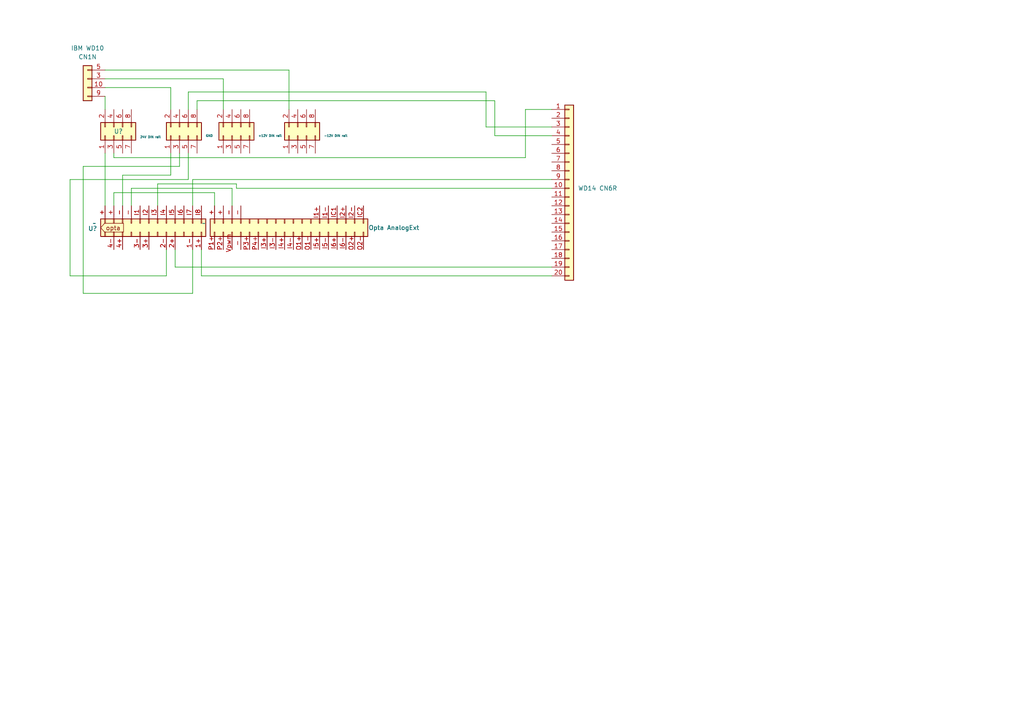
<source format=kicad_sch>
(kicad_sch
	(version 20231120)
	(generator "eeschema")
	(generator_version "8.0")
	(uuid "91c36254-6496-40d6-aa81-5485d6fad432")
	(paper "A4")
	(lib_symbols
		(symbol "Conn_02x04_Odd_Even_1"
			(pin_names
				(offset 1.016) hide)
			(exclude_from_sim no)
			(in_bom yes)
			(on_board yes)
			(property "Reference" ""
				(at 2.5401 -7.62 90)
				(effects
					(font
						(size 1.27 1.27)
					)
					(justify right)
				)
			)
			(property "Value" "GND"
				(at 0.0001 -7.62 90)
				(effects
					(font
						(size 1.27 1.27)
					)
					(justify right)
				)
			)
			(property "Footprint" ""
				(at 0 0 0)
				(effects
					(font
						(size 1.27 1.27)
					)
					(hide yes)
				)
			)
			(property "Datasheet" "~"
				(at 0 0 0)
				(effects
					(font
						(size 1.27 1.27)
					)
					(hide yes)
				)
			)
			(property "Description" "Generic connector, double row, 02x04, odd/even pin numbering scheme (row 1 odd numbers, row 2 even numbers), script generated (kicad-library-utils/schlib/autogen/connector/)"
				(at 0 0 0)
				(effects
					(font
						(size 1.27 1.27)
					)
					(hide yes)
				)
			)
			(property "ki_keywords" "connector"
				(at 0 0 0)
				(effects
					(font
						(size 1.27 1.27)
					)
					(hide yes)
				)
			)
			(property "ki_fp_filters" "Connector*:*_2x??_*"
				(at 0 0 0)
				(effects
					(font
						(size 1.27 1.27)
					)
					(hide yes)
				)
			)
			(symbol "Conn_02x04_Odd_Even_1_1_1"
				(rectangle
					(start -1.27 -4.953)
					(end 0 -5.207)
					(stroke
						(width 0.1524)
						(type default)
					)
					(fill
						(type none)
					)
				)
				(rectangle
					(start -1.27 -2.413)
					(end 0 -2.667)
					(stroke
						(width 0.1524)
						(type default)
					)
					(fill
						(type none)
					)
				)
				(rectangle
					(start -1.27 0.127)
					(end 0 -0.127)
					(stroke
						(width 0.1524)
						(type default)
					)
					(fill
						(type none)
					)
				)
				(rectangle
					(start -1.27 2.667)
					(end 0 2.413)
					(stroke
						(width 0.1524)
						(type default)
					)
					(fill
						(type none)
					)
				)
				(rectangle
					(start -1.27 3.81)
					(end 3.81 -6.35)
					(stroke
						(width 0.254)
						(type default)
					)
					(fill
						(type background)
					)
				)
				(rectangle
					(start 3.81 -4.953)
					(end 2.54 -5.207)
					(stroke
						(width 0.1524)
						(type default)
					)
					(fill
						(type none)
					)
				)
				(rectangle
					(start 3.81 -2.413)
					(end 2.54 -2.667)
					(stroke
						(width 0.1524)
						(type default)
					)
					(fill
						(type none)
					)
				)
				(rectangle
					(start 3.81 0.127)
					(end 2.54 -0.127)
					(stroke
						(width 0.1524)
						(type default)
					)
					(fill
						(type none)
					)
				)
				(rectangle
					(start 3.81 2.667)
					(end 2.54 2.413)
					(stroke
						(width 0.1524)
						(type default)
					)
					(fill
						(type none)
					)
				)
				(pin passive line
					(at -5.08 2.54 0)
					(length 3.81)
					(name "Pin_1"
						(effects
							(font
								(size 1.27 1.27)
							)
						)
					)
					(number "1"
						(effects
							(font
								(size 1.27 1.27)
							)
						)
					)
				)
				(pin passive line
					(at 7.62 2.54 180)
					(length 3.81)
					(name "Pin_2"
						(effects
							(font
								(size 1.27 1.27)
							)
						)
					)
					(number "2"
						(effects
							(font
								(size 1.27 1.27)
							)
						)
					)
				)
				(pin passive line
					(at -5.08 0 0)
					(length 3.81)
					(name "Pin_3"
						(effects
							(font
								(size 1.27 1.27)
							)
						)
					)
					(number "3"
						(effects
							(font
								(size 1.27 1.27)
							)
						)
					)
				)
				(pin passive line
					(at 7.62 0 180)
					(length 3.81)
					(name "Pin_4"
						(effects
							(font
								(size 1.27 1.27)
							)
						)
					)
					(number "4"
						(effects
							(font
								(size 1.27 1.27)
							)
						)
					)
				)
				(pin passive line
					(at -5.08 -2.54 0)
					(length 3.81)
					(name "Pin_5"
						(effects
							(font
								(size 1.27 1.27)
							)
						)
					)
					(number "5"
						(effects
							(font
								(size 1.27 1.27)
							)
						)
					)
				)
				(pin passive line
					(at 7.62 -2.54 180)
					(length 3.81)
					(name "Pin_6"
						(effects
							(font
								(size 1.27 1.27)
							)
						)
					)
					(number "6"
						(effects
							(font
								(size 1.27 1.27)
							)
						)
					)
				)
				(pin passive line
					(at -5.08 -5.08 0)
					(length 3.81)
					(name "Pin_7"
						(effects
							(font
								(size 1.27 1.27)
							)
						)
					)
					(number "7"
						(effects
							(font
								(size 1.27 1.27)
							)
						)
					)
				)
				(pin passive line
					(at 7.62 -5.08 180)
					(length 3.81)
					(name "Pin_8"
						(effects
							(font
								(size 1.27 1.27)
							)
						)
					)
					(number "8"
						(effects
							(font
								(size 1.27 1.27)
							)
						)
					)
				)
			)
		)
		(symbol "Conn_02x04_Odd_Even_2"
			(pin_names
				(offset 1.016) hide)
			(exclude_from_sim no)
			(in_bom yes)
			(on_board yes)
			(property "Reference" ""
				(at 2.5401 -7.62 90)
				(effects
					(font
						(size 1.27 1.27)
					)
					(justify right)
				)
			)
			(property "Value" "+12V DIN rail"
				(at 0.0001 -7.62 90)
				(effects
					(font
						(size 1.27 1.27)
					)
					(justify right)
				)
			)
			(property "Footprint" ""
				(at 0 0 0)
				(effects
					(font
						(size 1.27 1.27)
					)
					(hide yes)
				)
			)
			(property "Datasheet" "~"
				(at 0 0 0)
				(effects
					(font
						(size 1.27 1.27)
					)
					(hide yes)
				)
			)
			(property "Description" "Generic connector, double row, 02x04, odd/even pin numbering scheme (row 1 odd numbers, row 2 even numbers), script generated (kicad-library-utils/schlib/autogen/connector/)"
				(at 0 0 0)
				(effects
					(font
						(size 1.27 1.27)
					)
					(hide yes)
				)
			)
			(property "ki_keywords" "connector"
				(at 0 0 0)
				(effects
					(font
						(size 1.27 1.27)
					)
					(hide yes)
				)
			)
			(property "ki_fp_filters" "Connector*:*_2x??_*"
				(at 0 0 0)
				(effects
					(font
						(size 1.27 1.27)
					)
					(hide yes)
				)
			)
			(symbol "Conn_02x04_Odd_Even_2_1_1"
				(rectangle
					(start -1.27 -4.953)
					(end 0 -5.207)
					(stroke
						(width 0.1524)
						(type default)
					)
					(fill
						(type none)
					)
				)
				(rectangle
					(start -1.27 -2.413)
					(end 0 -2.667)
					(stroke
						(width 0.1524)
						(type default)
					)
					(fill
						(type none)
					)
				)
				(rectangle
					(start -1.27 0.127)
					(end 0 -0.127)
					(stroke
						(width 0.1524)
						(type default)
					)
					(fill
						(type none)
					)
				)
				(rectangle
					(start -1.27 2.667)
					(end 0 2.413)
					(stroke
						(width 0.1524)
						(type default)
					)
					(fill
						(type none)
					)
				)
				(rectangle
					(start -1.27 3.81)
					(end 3.81 -6.35)
					(stroke
						(width 0.254)
						(type default)
					)
					(fill
						(type background)
					)
				)
				(rectangle
					(start 3.81 -4.953)
					(end 2.54 -5.207)
					(stroke
						(width 0.1524)
						(type default)
					)
					(fill
						(type none)
					)
				)
				(rectangle
					(start 3.81 -2.413)
					(end 2.54 -2.667)
					(stroke
						(width 0.1524)
						(type default)
					)
					(fill
						(type none)
					)
				)
				(rectangle
					(start 3.81 0.127)
					(end 2.54 -0.127)
					(stroke
						(width 0.1524)
						(type default)
					)
					(fill
						(type none)
					)
				)
				(rectangle
					(start 3.81 2.667)
					(end 2.54 2.413)
					(stroke
						(width 0.1524)
						(type default)
					)
					(fill
						(type none)
					)
				)
				(pin passive line
					(at -5.08 2.54 0)
					(length 3.81)
					(name "Pin_1"
						(effects
							(font
								(size 1.27 1.27)
							)
						)
					)
					(number "1"
						(effects
							(font
								(size 1.27 1.27)
							)
						)
					)
				)
				(pin passive line
					(at 7.62 2.54 180)
					(length 3.81)
					(name "Pin_2"
						(effects
							(font
								(size 1.27 1.27)
							)
						)
					)
					(number "2"
						(effects
							(font
								(size 1.27 1.27)
							)
						)
					)
				)
				(pin passive line
					(at -5.08 0 0)
					(length 3.81)
					(name "Pin_3"
						(effects
							(font
								(size 1.27 1.27)
							)
						)
					)
					(number "3"
						(effects
							(font
								(size 1.27 1.27)
							)
						)
					)
				)
				(pin passive line
					(at 7.62 0 180)
					(length 3.81)
					(name "Pin_4"
						(effects
							(font
								(size 1.27 1.27)
							)
						)
					)
					(number "4"
						(effects
							(font
								(size 1.27 1.27)
							)
						)
					)
				)
				(pin passive line
					(at -5.08 -2.54 0)
					(length 3.81)
					(name "Pin_5"
						(effects
							(font
								(size 1.27 1.27)
							)
						)
					)
					(number "5"
						(effects
							(font
								(size 1.27 1.27)
							)
						)
					)
				)
				(pin passive line
					(at 7.62 -2.54 180)
					(length 3.81)
					(name "Pin_6"
						(effects
							(font
								(size 1.27 1.27)
							)
						)
					)
					(number "6"
						(effects
							(font
								(size 1.27 1.27)
							)
						)
					)
				)
				(pin passive line
					(at -5.08 -5.08 0)
					(length 3.81)
					(name "Pin_7"
						(effects
							(font
								(size 1.27 1.27)
							)
						)
					)
					(number "7"
						(effects
							(font
								(size 1.27 1.27)
							)
						)
					)
				)
				(pin passive line
					(at 7.62 -5.08 180)
					(length 3.81)
					(name "Pin_8"
						(effects
							(font
								(size 1.27 1.27)
							)
						)
					)
					(number "8"
						(effects
							(font
								(size 1.27 1.27)
							)
						)
					)
				)
			)
		)
		(symbol "Conn_02x04_Odd_Even_3"
			(pin_names
				(offset 1.016) hide)
			(exclude_from_sim no)
			(in_bom yes)
			(on_board yes)
			(property "Reference" "-12V"
				(at 2.5401 -7.62 90)
				(effects
					(font
						(size 1.27 1.27)
					)
					(justify right)
				)
			)
			(property "Value" "-12V DIN rail"
				(at 0.0001 -7.62 90)
				(effects
					(font
						(size 1.27 1.27)
					)
					(justify right)
				)
			)
			(property "Footprint" ""
				(at 0 0 0)
				(effects
					(font
						(size 1.27 1.27)
					)
					(hide yes)
				)
			)
			(property "Datasheet" "~"
				(at 0 0 0)
				(effects
					(font
						(size 1.27 1.27)
					)
					(hide yes)
				)
			)
			(property "Description" "Generic connector, double row, 02x04, odd/even pin numbering scheme (row 1 odd numbers, row 2 even numbers), script generated (kicad-library-utils/schlib/autogen/connector/)"
				(at 0 0 0)
				(effects
					(font
						(size 1.27 1.27)
					)
					(hide yes)
				)
			)
			(property "ki_keywords" "connector"
				(at 0 0 0)
				(effects
					(font
						(size 1.27 1.27)
					)
					(hide yes)
				)
			)
			(property "ki_fp_filters" "Connector*:*_2x??_*"
				(at 0 0 0)
				(effects
					(font
						(size 1.27 1.27)
					)
					(hide yes)
				)
			)
			(symbol "Conn_02x04_Odd_Even_3_1_1"
				(rectangle
					(start -1.27 -4.953)
					(end 0 -5.207)
					(stroke
						(width 0.1524)
						(type default)
					)
					(fill
						(type none)
					)
				)
				(rectangle
					(start -1.27 -2.413)
					(end 0 -2.667)
					(stroke
						(width 0.1524)
						(type default)
					)
					(fill
						(type none)
					)
				)
				(rectangle
					(start -1.27 0.127)
					(end 0 -0.127)
					(stroke
						(width 0.1524)
						(type default)
					)
					(fill
						(type none)
					)
				)
				(rectangle
					(start -1.27 2.667)
					(end 0 2.413)
					(stroke
						(width 0.1524)
						(type default)
					)
					(fill
						(type none)
					)
				)
				(rectangle
					(start -1.27 3.81)
					(end 3.81 -6.35)
					(stroke
						(width 0.254)
						(type default)
					)
					(fill
						(type background)
					)
				)
				(rectangle
					(start 3.81 -4.953)
					(end 2.54 -5.207)
					(stroke
						(width 0.1524)
						(type default)
					)
					(fill
						(type none)
					)
				)
				(rectangle
					(start 3.81 -2.413)
					(end 2.54 -2.667)
					(stroke
						(width 0.1524)
						(type default)
					)
					(fill
						(type none)
					)
				)
				(rectangle
					(start 3.81 0.127)
					(end 2.54 -0.127)
					(stroke
						(width 0.1524)
						(type default)
					)
					(fill
						(type none)
					)
				)
				(rectangle
					(start 3.81 2.667)
					(end 2.54 2.413)
					(stroke
						(width 0.1524)
						(type default)
					)
					(fill
						(type none)
					)
				)
				(pin passive line
					(at -5.08 2.54 0)
					(length 3.81)
					(name "Pin_1"
						(effects
							(font
								(size 1.27 1.27)
							)
						)
					)
					(number "1"
						(effects
							(font
								(size 1.27 1.27)
							)
						)
					)
				)
				(pin passive line
					(at 7.62 2.54 180)
					(length 3.81)
					(name "Pin_2"
						(effects
							(font
								(size 1.27 1.27)
							)
						)
					)
					(number "2"
						(effects
							(font
								(size 1.27 1.27)
							)
						)
					)
				)
				(pin passive line
					(at -5.08 0 0)
					(length 3.81)
					(name "Pin_3"
						(effects
							(font
								(size 1.27 1.27)
							)
						)
					)
					(number "3"
						(effects
							(font
								(size 1.27 1.27)
							)
						)
					)
				)
				(pin passive line
					(at 7.62 0 180)
					(length 3.81)
					(name "Pin_4"
						(effects
							(font
								(size 1.27 1.27)
							)
						)
					)
					(number "4"
						(effects
							(font
								(size 1.27 1.27)
							)
						)
					)
				)
				(pin passive line
					(at -5.08 -2.54 0)
					(length 3.81)
					(name "Pin_5"
						(effects
							(font
								(size 1.27 1.27)
							)
						)
					)
					(number "5"
						(effects
							(font
								(size 1.27 1.27)
							)
						)
					)
				)
				(pin passive line
					(at 7.62 -2.54 180)
					(length 3.81)
					(name "Pin_6"
						(effects
							(font
								(size 1.27 1.27)
							)
						)
					)
					(number "6"
						(effects
							(font
								(size 1.27 1.27)
							)
						)
					)
				)
				(pin passive line
					(at -5.08 -5.08 0)
					(length 3.81)
					(name "Pin_7"
						(effects
							(font
								(size 1.27 1.27)
							)
						)
					)
					(number "7"
						(effects
							(font
								(size 1.27 1.27)
							)
						)
					)
				)
				(pin passive line
					(at 7.62 -5.08 180)
					(length 3.81)
					(name "Pin_8"
						(effects
							(font
								(size 1.27 1.27)
							)
						)
					)
					(number "8"
						(effects
							(font
								(size 1.27 1.27)
							)
						)
					)
				)
			)
		)
		(symbol "Connector_Generic:Conn_01x04"
			(pin_names
				(offset 1.016) hide)
			(exclude_from_sim no)
			(in_bom yes)
			(on_board yes)
			(property "Reference" "IBM WD10"
				(at 0 -11.43 0)
				(effects
					(font
						(size 1.27 1.27)
					)
				)
			)
			(property "Value" "CN1N"
				(at 0 -8.89 0)
				(effects
					(font
						(size 1.27 1.27)
					)
				)
			)
			(property "Footprint" ""
				(at 0 0 0)
				(effects
					(font
						(size 1.27 1.27)
					)
					(hide yes)
				)
			)
			(property "Datasheet" "~"
				(at 0 0 0)
				(effects
					(font
						(size 1.27 1.27)
					)
					(hide yes)
				)
			)
			(property "Description" "Generic connector, single row, 01x04, script generated (kicad-library-utils/schlib/autogen/connector/)"
				(at 0 0 0)
				(effects
					(font
						(size 1.27 1.27)
					)
					(hide yes)
				)
			)
			(property "ki_keywords" "connector"
				(at 0 0 0)
				(effects
					(font
						(size 1.27 1.27)
					)
					(hide yes)
				)
			)
			(property "ki_fp_filters" "Connector*:*_1x??_*"
				(at 0 0 0)
				(effects
					(font
						(size 1.27 1.27)
					)
					(hide yes)
				)
			)
			(symbol "Conn_01x04_1_1"
				(rectangle
					(start -1.27 -4.953)
					(end 0 -5.207)
					(stroke
						(width 0.1524)
						(type default)
					)
					(fill
						(type none)
					)
				)
				(rectangle
					(start -1.27 -2.413)
					(end 0 -2.667)
					(stroke
						(width 0.1524)
						(type default)
					)
					(fill
						(type none)
					)
				)
				(rectangle
					(start -1.27 0.127)
					(end 0 -0.127)
					(stroke
						(width 0.1524)
						(type default)
					)
					(fill
						(type none)
					)
				)
				(rectangle
					(start -1.27 2.667)
					(end 0 2.413)
					(stroke
						(width 0.1524)
						(type default)
					)
					(fill
						(type none)
					)
				)
				(rectangle
					(start -1.27 3.81)
					(end 1.27 -6.35)
					(stroke
						(width 0.254)
						(type default)
					)
					(fill
						(type background)
					)
				)
				(pin passive line
					(at -5.08 0 0)
					(length 3.81)
					(name "Pin_2"
						(effects
							(font
								(size 1.27 1.27)
							)
						)
					)
					(number "10"
						(effects
							(font
								(size 1.27 1.27)
							)
						)
					)
				)
				(pin passive line
					(at -5.08 -2.54 0)
					(length 3.81)
					(name "Pin_3"
						(effects
							(font
								(size 1.27 1.27)
							)
						)
					)
					(number "3"
						(effects
							(font
								(size 1.27 1.27)
							)
						)
					)
				)
				(pin passive line
					(at -5.08 -5.08 0)
					(length 3.81)
					(name "Pin_4"
						(effects
							(font
								(size 1.27 1.27)
							)
						)
					)
					(number "5"
						(effects
							(font
								(size 1.27 1.27)
							)
						)
					)
				)
				(pin passive line
					(at -5.08 2.54 0)
					(length 3.81)
					(name "Pin_1"
						(effects
							(font
								(size 1.27 1.27)
							)
						)
					)
					(number "9"
						(effects
							(font
								(size 1.27 1.27)
							)
						)
					)
				)
			)
		)
		(symbol "Connector_Generic:Conn_01x20"
			(pin_names
				(offset 1.016) hide)
			(exclude_from_sim no)
			(in_bom yes)
			(on_board yes)
			(property "Reference" "J"
				(at 0 25.4 0)
				(effects
					(font
						(size 1.27 1.27)
					)
				)
			)
			(property "Value" "Conn_01x20"
				(at 0 -27.94 0)
				(effects
					(font
						(size 1.27 1.27)
					)
				)
			)
			(property "Footprint" ""
				(at 0 0 0)
				(effects
					(font
						(size 1.27 1.27)
					)
					(hide yes)
				)
			)
			(property "Datasheet" "~"
				(at 0 0 0)
				(effects
					(font
						(size 1.27 1.27)
					)
					(hide yes)
				)
			)
			(property "Description" "Generic connector, single row, 01x20, script generated (kicad-library-utils/schlib/autogen/connector/)"
				(at 0 0 0)
				(effects
					(font
						(size 1.27 1.27)
					)
					(hide yes)
				)
			)
			(property "ki_keywords" "connector"
				(at 0 0 0)
				(effects
					(font
						(size 1.27 1.27)
					)
					(hide yes)
				)
			)
			(property "ki_fp_filters" "Connector*:*_1x??_*"
				(at 0 0 0)
				(effects
					(font
						(size 1.27 1.27)
					)
					(hide yes)
				)
			)
			(symbol "Conn_01x20_1_1"
				(rectangle
					(start -1.27 -25.273)
					(end 0 -25.527)
					(stroke
						(width 0.1524)
						(type default)
					)
					(fill
						(type none)
					)
				)
				(rectangle
					(start -1.27 -22.733)
					(end 0 -22.987)
					(stroke
						(width 0.1524)
						(type default)
					)
					(fill
						(type none)
					)
				)
				(rectangle
					(start -1.27 -20.193)
					(end 0 -20.447)
					(stroke
						(width 0.1524)
						(type default)
					)
					(fill
						(type none)
					)
				)
				(rectangle
					(start -1.27 -17.653)
					(end 0 -17.907)
					(stroke
						(width 0.1524)
						(type default)
					)
					(fill
						(type none)
					)
				)
				(rectangle
					(start -1.27 -15.113)
					(end 0 -15.367)
					(stroke
						(width 0.1524)
						(type default)
					)
					(fill
						(type none)
					)
				)
				(rectangle
					(start -1.27 -12.573)
					(end 0 -12.827)
					(stroke
						(width 0.1524)
						(type default)
					)
					(fill
						(type none)
					)
				)
				(rectangle
					(start -1.27 -10.033)
					(end 0 -10.287)
					(stroke
						(width 0.1524)
						(type default)
					)
					(fill
						(type none)
					)
				)
				(rectangle
					(start -1.27 -7.493)
					(end 0 -7.747)
					(stroke
						(width 0.1524)
						(type default)
					)
					(fill
						(type none)
					)
				)
				(rectangle
					(start -1.27 -4.953)
					(end 0 -5.207)
					(stroke
						(width 0.1524)
						(type default)
					)
					(fill
						(type none)
					)
				)
				(rectangle
					(start -1.27 -2.413)
					(end 0 -2.667)
					(stroke
						(width 0.1524)
						(type default)
					)
					(fill
						(type none)
					)
				)
				(rectangle
					(start -1.27 0.127)
					(end 0 -0.127)
					(stroke
						(width 0.1524)
						(type default)
					)
					(fill
						(type none)
					)
				)
				(rectangle
					(start -1.27 2.667)
					(end 0 2.413)
					(stroke
						(width 0.1524)
						(type default)
					)
					(fill
						(type none)
					)
				)
				(rectangle
					(start -1.27 5.207)
					(end 0 4.953)
					(stroke
						(width 0.1524)
						(type default)
					)
					(fill
						(type none)
					)
				)
				(rectangle
					(start -1.27 7.747)
					(end 0 7.493)
					(stroke
						(width 0.1524)
						(type default)
					)
					(fill
						(type none)
					)
				)
				(rectangle
					(start -1.27 10.287)
					(end 0 10.033)
					(stroke
						(width 0.1524)
						(type default)
					)
					(fill
						(type none)
					)
				)
				(rectangle
					(start -1.27 12.827)
					(end 0 12.573)
					(stroke
						(width 0.1524)
						(type default)
					)
					(fill
						(type none)
					)
				)
				(rectangle
					(start -1.27 15.367)
					(end 0 15.113)
					(stroke
						(width 0.1524)
						(type default)
					)
					(fill
						(type none)
					)
				)
				(rectangle
					(start -1.27 17.907)
					(end 0 17.653)
					(stroke
						(width 0.1524)
						(type default)
					)
					(fill
						(type none)
					)
				)
				(rectangle
					(start -1.27 20.447)
					(end 0 20.193)
					(stroke
						(width 0.1524)
						(type default)
					)
					(fill
						(type none)
					)
				)
				(rectangle
					(start -1.27 22.987)
					(end 0 22.733)
					(stroke
						(width 0.1524)
						(type default)
					)
					(fill
						(type none)
					)
				)
				(rectangle
					(start -1.27 24.13)
					(end 1.27 -26.67)
					(stroke
						(width 0.254)
						(type default)
					)
					(fill
						(type background)
					)
				)
				(pin passive line
					(at -5.08 22.86 0)
					(length 3.81)
					(name "Pin_1"
						(effects
							(font
								(size 1.27 1.27)
							)
						)
					)
					(number "1"
						(effects
							(font
								(size 1.27 1.27)
							)
						)
					)
				)
				(pin passive line
					(at -5.08 0 0)
					(length 3.81)
					(name "Pin_10"
						(effects
							(font
								(size 1.27 1.27)
							)
						)
					)
					(number "10"
						(effects
							(font
								(size 1.27 1.27)
							)
						)
					)
				)
				(pin passive line
					(at -5.08 -2.54 0)
					(length 3.81)
					(name "Pin_11"
						(effects
							(font
								(size 1.27 1.27)
							)
						)
					)
					(number "11"
						(effects
							(font
								(size 1.27 1.27)
							)
						)
					)
				)
				(pin passive line
					(at -5.08 -5.08 0)
					(length 3.81)
					(name "Pin_12"
						(effects
							(font
								(size 1.27 1.27)
							)
						)
					)
					(number "12"
						(effects
							(font
								(size 1.27 1.27)
							)
						)
					)
				)
				(pin passive line
					(at -5.08 -7.62 0)
					(length 3.81)
					(name "Pin_13"
						(effects
							(font
								(size 1.27 1.27)
							)
						)
					)
					(number "13"
						(effects
							(font
								(size 1.27 1.27)
							)
						)
					)
				)
				(pin passive line
					(at -5.08 -10.16 0)
					(length 3.81)
					(name "Pin_14"
						(effects
							(font
								(size 1.27 1.27)
							)
						)
					)
					(number "14"
						(effects
							(font
								(size 1.27 1.27)
							)
						)
					)
				)
				(pin passive line
					(at -5.08 -12.7 0)
					(length 3.81)
					(name "Pin_15"
						(effects
							(font
								(size 1.27 1.27)
							)
						)
					)
					(number "15"
						(effects
							(font
								(size 1.27 1.27)
							)
						)
					)
				)
				(pin passive line
					(at -5.08 -15.24 0)
					(length 3.81)
					(name "Pin_16"
						(effects
							(font
								(size 1.27 1.27)
							)
						)
					)
					(number "16"
						(effects
							(font
								(size 1.27 1.27)
							)
						)
					)
				)
				(pin passive line
					(at -5.08 -17.78 0)
					(length 3.81)
					(name "Pin_17"
						(effects
							(font
								(size 1.27 1.27)
							)
						)
					)
					(number "17"
						(effects
							(font
								(size 1.27 1.27)
							)
						)
					)
				)
				(pin passive line
					(at -5.08 -20.32 0)
					(length 3.81)
					(name "Pin_18"
						(effects
							(font
								(size 1.27 1.27)
							)
						)
					)
					(number "18"
						(effects
							(font
								(size 1.27 1.27)
							)
						)
					)
				)
				(pin passive line
					(at -5.08 -22.86 0)
					(length 3.81)
					(name "Pin_19"
						(effects
							(font
								(size 1.27 1.27)
							)
						)
					)
					(number "19"
						(effects
							(font
								(size 1.27 1.27)
							)
						)
					)
				)
				(pin passive line
					(at -5.08 20.32 0)
					(length 3.81)
					(name "Pin_2"
						(effects
							(font
								(size 1.27 1.27)
							)
						)
					)
					(number "2"
						(effects
							(font
								(size 1.27 1.27)
							)
						)
					)
				)
				(pin passive line
					(at -5.08 -25.4 0)
					(length 3.81)
					(name "Pin_20"
						(effects
							(font
								(size 1.27 1.27)
							)
						)
					)
					(number "20"
						(effects
							(font
								(size 1.27 1.27)
							)
						)
					)
				)
				(pin passive line
					(at -5.08 17.78 0)
					(length 3.81)
					(name "Pin_3"
						(effects
							(font
								(size 1.27 1.27)
							)
						)
					)
					(number "3"
						(effects
							(font
								(size 1.27 1.27)
							)
						)
					)
				)
				(pin passive line
					(at -5.08 15.24 0)
					(length 3.81)
					(name "Pin_4"
						(effects
							(font
								(size 1.27 1.27)
							)
						)
					)
					(number "4"
						(effects
							(font
								(size 1.27 1.27)
							)
						)
					)
				)
				(pin passive line
					(at -5.08 12.7 0)
					(length 3.81)
					(name "Pin_5"
						(effects
							(font
								(size 1.27 1.27)
							)
						)
					)
					(number "5"
						(effects
							(font
								(size 1.27 1.27)
							)
						)
					)
				)
				(pin passive line
					(at -5.08 10.16 0)
					(length 3.81)
					(name "Pin_6"
						(effects
							(font
								(size 1.27 1.27)
							)
						)
					)
					(number "6"
						(effects
							(font
								(size 1.27 1.27)
							)
						)
					)
				)
				(pin passive line
					(at -5.08 7.62 0)
					(length 3.81)
					(name "Pin_7"
						(effects
							(font
								(size 1.27 1.27)
							)
						)
					)
					(number "7"
						(effects
							(font
								(size 1.27 1.27)
							)
						)
					)
				)
				(pin passive line
					(at -5.08 5.08 0)
					(length 3.81)
					(name "Pin_8"
						(effects
							(font
								(size 1.27 1.27)
							)
						)
					)
					(number "8"
						(effects
							(font
								(size 1.27 1.27)
							)
						)
					)
				)
				(pin passive line
					(at -5.08 2.54 0)
					(length 3.81)
					(name "Pin_9"
						(effects
							(font
								(size 1.27 1.27)
							)
						)
					)
					(number "9"
						(effects
							(font
								(size 1.27 1.27)
							)
						)
					)
				)
			)
		)
		(symbol "Connector_Generic:Conn_02x04_Odd_Even"
			(pin_names
				(offset 1.016) hide)
			(exclude_from_sim no)
			(in_bom yes)
			(on_board yes)
			(property "Reference" ""
				(at 2.5401 -7.62 90)
				(effects
					(font
						(size 1.27 1.27)
					)
					(justify right)
				)
			)
			(property "Value" "24V DIN rail"
				(at 0.0001 -7.62 90)
				(effects
					(font
						(size 1.27 1.27)
					)
					(justify right)
				)
			)
			(property "Footprint" ""
				(at 0 0 0)
				(effects
					(font
						(size 1.27 1.27)
					)
					(hide yes)
				)
			)
			(property "Datasheet" "~"
				(at 0 0 0)
				(effects
					(font
						(size 1.27 1.27)
					)
					(hide yes)
				)
			)
			(property "Description" "Generic connector, double row, 02x04, odd/even pin numbering scheme (row 1 odd numbers, row 2 even numbers), script generated (kicad-library-utils/schlib/autogen/connector/)"
				(at 0 0 0)
				(effects
					(font
						(size 1.27 1.27)
					)
					(hide yes)
				)
			)
			(property "ki_keywords" "connector"
				(at 0 0 0)
				(effects
					(font
						(size 1.27 1.27)
					)
					(hide yes)
				)
			)
			(property "ki_fp_filters" "Connector*:*_2x??_*"
				(at 0 0 0)
				(effects
					(font
						(size 1.27 1.27)
					)
					(hide yes)
				)
			)
			(symbol "Conn_02x04_Odd_Even_1_1"
				(rectangle
					(start -1.27 -4.953)
					(end 0 -5.207)
					(stroke
						(width 0.1524)
						(type default)
					)
					(fill
						(type none)
					)
				)
				(rectangle
					(start -1.27 -2.413)
					(end 0 -2.667)
					(stroke
						(width 0.1524)
						(type default)
					)
					(fill
						(type none)
					)
				)
				(rectangle
					(start -1.27 0.127)
					(end 0 -0.127)
					(stroke
						(width 0.1524)
						(type default)
					)
					(fill
						(type none)
					)
				)
				(rectangle
					(start -1.27 2.667)
					(end 0 2.413)
					(stroke
						(width 0.1524)
						(type default)
					)
					(fill
						(type none)
					)
				)
				(rectangle
					(start -1.27 3.81)
					(end 3.81 -6.35)
					(stroke
						(width 0.254)
						(type default)
					)
					(fill
						(type background)
					)
				)
				(rectangle
					(start 3.81 -4.953)
					(end 2.54 -5.207)
					(stroke
						(width 0.1524)
						(type default)
					)
					(fill
						(type none)
					)
				)
				(rectangle
					(start 3.81 -2.413)
					(end 2.54 -2.667)
					(stroke
						(width 0.1524)
						(type default)
					)
					(fill
						(type none)
					)
				)
				(rectangle
					(start 3.81 0.127)
					(end 2.54 -0.127)
					(stroke
						(width 0.1524)
						(type default)
					)
					(fill
						(type none)
					)
				)
				(rectangle
					(start 3.81 2.667)
					(end 2.54 2.413)
					(stroke
						(width 0.1524)
						(type default)
					)
					(fill
						(type none)
					)
				)
				(pin passive line
					(at -5.08 2.54 0)
					(length 3.81)
					(name "Pin_1"
						(effects
							(font
								(size 1.27 1.27)
							)
						)
					)
					(number "1"
						(effects
							(font
								(size 1.27 1.27)
							)
						)
					)
				)
				(pin passive line
					(at 7.62 2.54 180)
					(length 3.81)
					(name "Pin_2"
						(effects
							(font
								(size 1.27 1.27)
							)
						)
					)
					(number "2"
						(effects
							(font
								(size 1.27 1.27)
							)
						)
					)
				)
				(pin passive line
					(at -5.08 0 0)
					(length 3.81)
					(name "Pin_3"
						(effects
							(font
								(size 1.27 1.27)
							)
						)
					)
					(number "3"
						(effects
							(font
								(size 1.27 1.27)
							)
						)
					)
				)
				(pin passive line
					(at 7.62 0 180)
					(length 3.81)
					(name "Pin_4"
						(effects
							(font
								(size 1.27 1.27)
							)
						)
					)
					(number "4"
						(effects
							(font
								(size 1.27 1.27)
							)
						)
					)
				)
				(pin passive line
					(at -5.08 -2.54 0)
					(length 3.81)
					(name "Pin_5"
						(effects
							(font
								(size 1.27 1.27)
							)
						)
					)
					(number "5"
						(effects
							(font
								(size 1.27 1.27)
							)
						)
					)
				)
				(pin passive line
					(at 7.62 -2.54 180)
					(length 3.81)
					(name "Pin_6"
						(effects
							(font
								(size 1.27 1.27)
							)
						)
					)
					(number "6"
						(effects
							(font
								(size 1.27 1.27)
							)
						)
					)
				)
				(pin passive line
					(at -5.08 -5.08 0)
					(length 3.81)
					(name "Pin_7"
						(effects
							(font
								(size 1.27 1.27)
							)
						)
					)
					(number "7"
						(effects
							(font
								(size 1.27 1.27)
							)
						)
					)
				)
				(pin passive line
					(at 7.62 -5.08 180)
					(length 3.81)
					(name "Pin_8"
						(effects
							(font
								(size 1.27 1.27)
							)
						)
					)
					(number "8"
						(effects
							(font
								(size 1.27 1.27)
							)
						)
					)
				)
			)
		)
		(symbol "Connector_Generic:Conn_02x12_Counter_Clockwise"
			(pin_names
				(offset 1.016) hide)
			(exclude_from_sim no)
			(in_bom yes)
			(on_board yes)
			(property "Reference" ""
				(at 2.5401 15.24 90)
				(effects
					(font
						(size 1.27 1.27)
					)
					(justify left)
				)
			)
			(property "Value" "OptaPro"
				(at 0.0001 15.24 90)
				(effects
					(font
						(size 1.27 1.27)
					)
					(justify left)
				)
			)
			(property "Footprint" ""
				(at 0 0 0)
				(effects
					(font
						(size 1.27 1.27)
					)
					(hide yes)
				)
			)
			(property "Datasheet" "~"
				(at 0 0 0)
				(effects
					(font
						(size 1.27 1.27)
					)
					(hide yes)
				)
			)
			(property "Description" "Generic connector, double row, 02x12, counter clockwise pin numbering scheme (similar to DIP package numbering), script generated "
				(at 0 0 0)
				(effects
					(font
						(size 1.27 1.27)
					)
					(hide yes)
				)
			)
			(property "ki_keywords" "connector"
				(at 0 0 0)
				(effects
					(font
						(size 1.27 1.27)
					)
					(hide yes)
				)
			)
			(property "ki_fp_filters" "Connector*:*_2x??_*"
				(at 0 0 0)
				(effects
					(font
						(size 1.27 1.27)
					)
					(hide yes)
				)
			)
			(symbol "Conn_02x12_Counter_Clockwise_1_1"
				(rectangle
					(start -1.27 -15.113)
					(end 0 -15.367)
					(stroke
						(width 0.1524)
						(type default)
					)
					(fill
						(type none)
					)
				)
				(rectangle
					(start -1.27 -12.573)
					(end 0 -12.827)
					(stroke
						(width 0.1524)
						(type default)
					)
					(fill
						(type none)
					)
				)
				(rectangle
					(start -1.27 -10.033)
					(end 0 -10.287)
					(stroke
						(width 0.1524)
						(type default)
					)
					(fill
						(type none)
					)
				)
				(rectangle
					(start -1.27 -7.493)
					(end 0 -7.747)
					(stroke
						(width 0.1524)
						(type default)
					)
					(fill
						(type none)
					)
				)
				(rectangle
					(start -1.27 -4.953)
					(end 0 -5.207)
					(stroke
						(width 0.1524)
						(type default)
					)
					(fill
						(type none)
					)
				)
				(rectangle
					(start -1.27 -2.413)
					(end 0 -2.667)
					(stroke
						(width 0.1524)
						(type default)
					)
					(fill
						(type none)
					)
				)
				(rectangle
					(start -1.27 0.127)
					(end 0 -0.127)
					(stroke
						(width 0.1524)
						(type default)
					)
					(fill
						(type none)
					)
				)
				(rectangle
					(start -1.27 2.667)
					(end 0 2.413)
					(stroke
						(width 0.1524)
						(type default)
					)
					(fill
						(type none)
					)
				)
				(rectangle
					(start -1.27 5.207)
					(end 0 4.953)
					(stroke
						(width 0.1524)
						(type default)
					)
					(fill
						(type none)
					)
				)
				(rectangle
					(start -1.27 7.747)
					(end 0 7.493)
					(stroke
						(width 0.1524)
						(type default)
					)
					(fill
						(type none)
					)
				)
				(rectangle
					(start -1.27 10.287)
					(end 0 10.033)
					(stroke
						(width 0.1524)
						(type default)
					)
					(fill
						(type none)
					)
				)
				(rectangle
					(start -1.27 12.827)
					(end 0 12.573)
					(stroke
						(width 0.1524)
						(type default)
					)
					(fill
						(type none)
					)
				)
				(rectangle
					(start -1.27 13.97)
					(end 3.81 -16.51)
					(stroke
						(width 0.254)
						(type default)
					)
					(fill
						(type background)
					)
				)
				(rectangle
					(start 3.81 -15.113)
					(end 2.54 -15.367)
					(stroke
						(width 0.1524)
						(type default)
					)
					(fill
						(type none)
					)
				)
				(rectangle
					(start 3.81 -12.573)
					(end 2.54 -12.827)
					(stroke
						(width 0.1524)
						(type default)
					)
					(fill
						(type none)
					)
				)
				(rectangle
					(start 3.81 -10.033)
					(end 2.54 -10.287)
					(stroke
						(width 0.1524)
						(type default)
					)
					(fill
						(type none)
					)
				)
				(rectangle
					(start 3.81 -7.493)
					(end 2.54 -7.747)
					(stroke
						(width 0.1524)
						(type default)
					)
					(fill
						(type none)
					)
				)
				(rectangle
					(start 3.81 -4.953)
					(end 2.54 -5.207)
					(stroke
						(width 0.1524)
						(type default)
					)
					(fill
						(type none)
					)
				)
				(rectangle
					(start 3.81 -2.413)
					(end 2.54 -2.667)
					(stroke
						(width 0.1524)
						(type default)
					)
					(fill
						(type none)
					)
				)
				(rectangle
					(start 3.81 0.127)
					(end 2.54 -0.127)
					(stroke
						(width 0.1524)
						(type default)
					)
					(fill
						(type none)
					)
				)
				(rectangle
					(start 3.81 2.667)
					(end 2.54 2.413)
					(stroke
						(width 0.1524)
						(type default)
					)
					(fill
						(type none)
					)
				)
				(rectangle
					(start 3.81 5.207)
					(end 2.54 4.953)
					(stroke
						(width 0.1524)
						(type default)
					)
					(fill
						(type none)
					)
				)
				(rectangle
					(start 3.81 7.747)
					(end 2.54 7.493)
					(stroke
						(width 0.1524)
						(type default)
					)
					(fill
						(type none)
					)
				)
				(rectangle
					(start 3.81 10.287)
					(end 2.54 10.033)
					(stroke
						(width 0.1524)
						(type default)
					)
					(fill
						(type none)
					)
				)
				(rectangle
					(start 3.81 12.827)
					(end 2.54 12.573)
					(stroke
						(width 0.1524)
						(type default)
					)
					(fill
						(type none)
					)
				)
				(pin passive line
					(at -5.08 12.7 0)
					(length 3.81)
					(name "Pin_1"
						(effects
							(font
								(size 1.27 1.27)
							)
						)
					)
					(number "+"
						(effects
							(font
								(size 1.27 1.27)
							)
						)
					)
				)
				(pin passive line
					(at -5.08 10.16 0)
					(length 3.81)
					(name "Pin_2"
						(effects
							(font
								(size 1.27 1.27)
							)
						)
					)
					(number "+"
						(effects
							(font
								(size 1.27 1.27)
							)
						)
					)
				)
				(pin passive line
					(at -5.08 7.62 0)
					(length 3.81)
					(name "Pin_3"
						(effects
							(font
								(size 1.27 1.27)
							)
						)
					)
					(number "-"
						(effects
							(font
								(size 1.27 1.27)
							)
						)
					)
				)
				(pin passive line
					(at -5.08 5.08 0)
					(length 3.81)
					(name "Pin_4"
						(effects
							(font
								(size 1.27 1.27)
							)
						)
					)
					(number "-"
						(effects
							(font
								(size 1.27 1.27)
							)
						)
					)
				)
				(pin passive line
					(at 7.62 -15.24 180)
					(length 3.81)
					(name "Pin_13"
						(effects
							(font
								(size 1.27 1.27)
							)
						)
					)
					(number "1+"
						(effects
							(font
								(size 1.27 1.27)
							)
						)
					)
				)
				(pin passive line
					(at 7.62 -12.7 180)
					(length 3.81)
					(name "Pin_14"
						(effects
							(font
								(size 1.27 1.27)
							)
						)
					)
					(number "1-"
						(effects
							(font
								(size 1.27 1.27)
							)
						)
					)
				)
				(pin passive line
					(at 7.62 -7.62 180)
					(length 3.81)
					(name "Pin_16"
						(effects
							(font
								(size 1.27 1.27)
							)
						)
					)
					(number "2+"
						(effects
							(font
								(size 1.27 1.27)
							)
						)
					)
				)
				(pin passive line
					(at 7.62 -5.08 180)
					(length 3.81)
					(name "Pin_17"
						(effects
							(font
								(size 1.27 1.27)
							)
						)
					)
					(number "2-"
						(effects
							(font
								(size 1.27 1.27)
							)
						)
					)
				)
				(pin passive line
					(at 7.62 0 180)
					(length 3.81)
					(name "Pin_19"
						(effects
							(font
								(size 1.27 1.27)
							)
						)
					)
					(number "3+"
						(effects
							(font
								(size 1.27 1.27)
							)
						)
					)
				)
				(pin passive line
					(at 7.62 2.54 180)
					(length 3.81)
					(name "Pin_20"
						(effects
							(font
								(size 1.27 1.27)
							)
						)
					)
					(number "3-"
						(effects
							(font
								(size 1.27 1.27)
							)
						)
					)
				)
				(pin passive line
					(at 7.62 7.62 180)
					(length 3.81)
					(name "Pin_22"
						(effects
							(font
								(size 1.27 1.27)
							)
						)
					)
					(number "4+"
						(effects
							(font
								(size 1.27 1.27)
							)
						)
					)
				)
				(pin passive line
					(at 7.62 10.16 180)
					(length 3.81)
					(name "Pin_23"
						(effects
							(font
								(size 1.27 1.27)
							)
						)
					)
					(number "4-"
						(effects
							(font
								(size 1.27 1.27)
							)
						)
					)
				)
				(pin passive line
					(at -5.08 2.54 0)
					(length 3.81)
					(name "Pin_5"
						(effects
							(font
								(size 1.27 1.27)
							)
						)
					)
					(number "I1"
						(effects
							(font
								(size 1.27 1.27)
							)
						)
					)
				)
				(pin passive line
					(at -5.08 0 0)
					(length 3.81)
					(name "Pin_6"
						(effects
							(font
								(size 1.27 1.27)
							)
						)
					)
					(number "I2"
						(effects
							(font
								(size 1.27 1.27)
							)
						)
					)
				)
				(pin passive line
					(at -5.08 -2.54 0)
					(length 3.81)
					(name "Pin_7"
						(effects
							(font
								(size 1.27 1.27)
							)
						)
					)
					(number "I3"
						(effects
							(font
								(size 1.27 1.27)
							)
						)
					)
				)
				(pin passive line
					(at -5.08 -5.08 0)
					(length 3.81)
					(name "Pin_8"
						(effects
							(font
								(size 1.27 1.27)
							)
						)
					)
					(number "I4"
						(effects
							(font
								(size 1.27 1.27)
							)
						)
					)
				)
				(pin passive line
					(at -5.08 -7.62 0)
					(length 3.81)
					(name "Pin_9"
						(effects
							(font
								(size 1.27 1.27)
							)
						)
					)
					(number "I5"
						(effects
							(font
								(size 1.27 1.27)
							)
						)
					)
				)
				(pin passive line
					(at -5.08 -10.16 0)
					(length 3.81)
					(name "Pin_10"
						(effects
							(font
								(size 1.27 1.27)
							)
						)
					)
					(number "I6"
						(effects
							(font
								(size 1.27 1.27)
							)
						)
					)
				)
				(pin passive line
					(at -5.08 -12.7 0)
					(length 3.81)
					(name "Pin_11"
						(effects
							(font
								(size 1.27 1.27)
							)
						)
					)
					(number "I7"
						(effects
							(font
								(size 1.27 1.27)
							)
						)
					)
				)
				(pin passive line
					(at -5.08 -15.24 0)
					(length 3.81)
					(name "Pin_12"
						(effects
							(font
								(size 1.27 1.27)
							)
						)
					)
					(number "I8"
						(effects
							(font
								(size 1.27 1.27)
							)
						)
					)
				)
			)
		)
		(symbol "Connector_Generic:Conn_02x18_Counter_Clockwise"
			(pin_names
				(offset 1.016) hide)
			(exclude_from_sim no)
			(in_bom yes)
			(on_board yes)
			(property "Reference" "Opta AnalogExt"
				(at 1.27 -27.432 90)
				(effects
					(font
						(size 1.27 1.27)
					)
					(justify left)
				)
			)
			(property "Value" "~"
				(at 0.0001 22.86 90)
				(effects
					(font
						(size 1.27 1.27)
					)
					(justify left)
				)
			)
			(property "Footprint" ""
				(at 0 0 0)
				(effects
					(font
						(size 1.27 1.27)
					)
					(hide yes)
				)
			)
			(property "Datasheet" "~"
				(at 0 0 0)
				(effects
					(font
						(size 1.27 1.27)
					)
					(hide yes)
				)
			)
			(property "Description" "Generic connector, double row, 02x18, counter clockwise pin numbering scheme (similar to DIP package numbering), script generated (kicad-library-utils/schlib/autogen/connector/)"
				(at 0 0 0)
				(effects
					(font
						(size 1.27 1.27)
					)
					(hide yes)
				)
			)
			(property "ki_keywords" "connector"
				(at 0 0 0)
				(effects
					(font
						(size 1.27 1.27)
					)
					(hide yes)
				)
			)
			(property "ki_fp_filters" "Connector*:*_2x??_*"
				(at 0 0 0)
				(effects
					(font
						(size 1.27 1.27)
					)
					(hide yes)
				)
			)
			(symbol "Conn_02x18_Counter_Clockwise_1_1"
				(rectangle
					(start -1.27 -22.733)
					(end 0 -22.987)
					(stroke
						(width 0.1524)
						(type default)
					)
					(fill
						(type none)
					)
				)
				(rectangle
					(start -1.27 -20.193)
					(end 0 -20.447)
					(stroke
						(width 0.1524)
						(type default)
					)
					(fill
						(type none)
					)
				)
				(rectangle
					(start -1.27 -17.653)
					(end 0 -17.907)
					(stroke
						(width 0.1524)
						(type default)
					)
					(fill
						(type none)
					)
				)
				(rectangle
					(start -1.27 -15.113)
					(end 0 -15.367)
					(stroke
						(width 0.1524)
						(type default)
					)
					(fill
						(type none)
					)
				)
				(rectangle
					(start -1.27 -12.573)
					(end 0 -12.827)
					(stroke
						(width 0.1524)
						(type default)
					)
					(fill
						(type none)
					)
				)
				(rectangle
					(start -1.27 -10.033)
					(end 0 -10.287)
					(stroke
						(width 0.1524)
						(type default)
					)
					(fill
						(type none)
					)
				)
				(rectangle
					(start -1.27 -7.493)
					(end 0 -7.747)
					(stroke
						(width 0.1524)
						(type default)
					)
					(fill
						(type none)
					)
				)
				(rectangle
					(start -1.27 -4.953)
					(end 0 -5.207)
					(stroke
						(width 0.1524)
						(type default)
					)
					(fill
						(type none)
					)
				)
				(rectangle
					(start -1.27 -2.413)
					(end 0 -2.667)
					(stroke
						(width 0.1524)
						(type default)
					)
					(fill
						(type none)
					)
				)
				(rectangle
					(start -1.27 0.127)
					(end 0 -0.127)
					(stroke
						(width 0.1524)
						(type default)
					)
					(fill
						(type none)
					)
				)
				(rectangle
					(start -1.27 2.667)
					(end 0 2.413)
					(stroke
						(width 0.1524)
						(type default)
					)
					(fill
						(type none)
					)
				)
				(rectangle
					(start -1.27 5.207)
					(end 0 4.953)
					(stroke
						(width 0.1524)
						(type default)
					)
					(fill
						(type none)
					)
				)
				(rectangle
					(start -1.27 7.747)
					(end 0 7.493)
					(stroke
						(width 0.1524)
						(type default)
					)
					(fill
						(type none)
					)
				)
				(rectangle
					(start -1.27 10.287)
					(end 0 10.033)
					(stroke
						(width 0.1524)
						(type default)
					)
					(fill
						(type none)
					)
				)
				(rectangle
					(start -1.27 12.827)
					(end 0 12.573)
					(stroke
						(width 0.1524)
						(type default)
					)
					(fill
						(type none)
					)
				)
				(rectangle
					(start -1.27 15.367)
					(end 0 15.113)
					(stroke
						(width 0.1524)
						(type default)
					)
					(fill
						(type none)
					)
				)
				(rectangle
					(start -1.27 17.907)
					(end 0 17.653)
					(stroke
						(width 0.1524)
						(type default)
					)
					(fill
						(type none)
					)
				)
				(rectangle
					(start -1.27 20.447)
					(end 0 20.193)
					(stroke
						(width 0.1524)
						(type default)
					)
					(fill
						(type none)
					)
				)
				(rectangle
					(start -1.27 21.59)
					(end 3.81 -24.13)
					(stroke
						(width 0.254)
						(type default)
					)
					(fill
						(type background)
					)
				)
				(rectangle
					(start 3.81 -22.733)
					(end 2.54 -22.987)
					(stroke
						(width 0.1524)
						(type default)
					)
					(fill
						(type none)
					)
				)
				(rectangle
					(start 3.81 -20.193)
					(end 2.54 -20.447)
					(stroke
						(width 0.1524)
						(type default)
					)
					(fill
						(type none)
					)
				)
				(rectangle
					(start 3.81 -17.653)
					(end 2.54 -17.907)
					(stroke
						(width 0.1524)
						(type default)
					)
					(fill
						(type none)
					)
				)
				(rectangle
					(start 3.81 -15.113)
					(end 2.54 -15.367)
					(stroke
						(width 0.1524)
						(type default)
					)
					(fill
						(type none)
					)
				)
				(rectangle
					(start 3.81 -12.573)
					(end 2.54 -12.827)
					(stroke
						(width 0.1524)
						(type default)
					)
					(fill
						(type none)
					)
				)
				(rectangle
					(start 3.81 -10.033)
					(end 2.54 -10.287)
					(stroke
						(width 0.1524)
						(type default)
					)
					(fill
						(type none)
					)
				)
				(rectangle
					(start 3.81 -7.493)
					(end 2.54 -7.747)
					(stroke
						(width 0.1524)
						(type default)
					)
					(fill
						(type none)
					)
				)
				(rectangle
					(start 3.81 -4.953)
					(end 2.54 -5.207)
					(stroke
						(width 0.1524)
						(type default)
					)
					(fill
						(type none)
					)
				)
				(rectangle
					(start 3.81 -2.413)
					(end 2.54 -2.667)
					(stroke
						(width 0.1524)
						(type default)
					)
					(fill
						(type none)
					)
				)
				(rectangle
					(start 3.81 0.127)
					(end 2.54 -0.127)
					(stroke
						(width 0.1524)
						(type default)
					)
					(fill
						(type none)
					)
				)
				(rectangle
					(start 3.81 2.667)
					(end 2.54 2.413)
					(stroke
						(width 0.1524)
						(type default)
					)
					(fill
						(type none)
					)
				)
				(rectangle
					(start 3.81 5.207)
					(end 2.54 4.953)
					(stroke
						(width 0.1524)
						(type default)
					)
					(fill
						(type none)
					)
				)
				(rectangle
					(start 3.81 7.747)
					(end 2.54 7.493)
					(stroke
						(width 0.1524)
						(type default)
					)
					(fill
						(type none)
					)
				)
				(rectangle
					(start 3.81 10.287)
					(end 2.54 10.033)
					(stroke
						(width 0.1524)
						(type default)
					)
					(fill
						(type none)
					)
				)
				(rectangle
					(start 3.81 12.827)
					(end 2.54 12.573)
					(stroke
						(width 0.1524)
						(type default)
					)
					(fill
						(type none)
					)
				)
				(rectangle
					(start 3.81 15.367)
					(end 2.54 15.113)
					(stroke
						(width 0.1524)
						(type default)
					)
					(fill
						(type none)
					)
				)
				(rectangle
					(start 3.81 17.907)
					(end 2.54 17.653)
					(stroke
						(width 0.1524)
						(type default)
					)
					(fill
						(type none)
					)
				)
				(rectangle
					(start 3.81 20.447)
					(end 2.54 20.193)
					(stroke
						(width 0.1524)
						(type default)
					)
					(fill
						(type none)
					)
				)
				(pin passive line
					(at -5.08 20.32 0)
					(length 3.81)
					(name "Pin_1"
						(effects
							(font
								(size 1.27 1.27)
							)
						)
					)
					(number "+"
						(effects
							(font
								(size 1.27 1.27)
							)
						)
					)
				)
				(pin passive line
					(at -5.08 17.78 0)
					(length 3.81)
					(name "Pin_2"
						(effects
							(font
								(size 1.27 1.27)
							)
						)
					)
					(number "+"
						(effects
							(font
								(size 1.27 1.27)
							)
						)
					)
				)
				(pin passive line
					(at -5.08 15.24 0)
					(length 3.81)
					(name "Pin_3"
						(effects
							(font
								(size 1.27 1.27)
							)
						)
					)
					(number "-"
						(effects
							(font
								(size 1.27 1.27)
							)
						)
					)
				)
				(pin passive line
					(at 7.62 12.7 180)
					(length 3.81)
					(name "Pin_33"
						(effects
							(font
								(size 1.27 1.27)
							)
						)
					)
					(number "-"
						(effects
							(font
								(size 1.27 1.27)
							)
						)
					)
				)
				(pin passive line
					(at -5.08 12.7 0)
					(length 3.81)
					(name "Pin_4"
						(effects
							(font
								(size 1.27 1.27)
							)
						)
					)
					(number "-"
						(effects
							(font
								(size 1.27 1.27)
							)
						)
					)
				)
				(pin passive line
					(at -5.08 -10.16 0)
					(length 3.81)
					(name "Pin_13"
						(effects
							(font
								(size 1.27 1.27)
							)
						)
					)
					(number "I1+"
						(effects
							(font
								(size 1.27 1.27)
							)
						)
					)
				)
				(pin passive line
					(at -5.08 -12.7 0)
					(length 3.81)
					(name "Pin_14"
						(effects
							(font
								(size 1.27 1.27)
							)
						)
					)
					(number "I1-"
						(effects
							(font
								(size 1.27 1.27)
							)
						)
					)
				)
				(pin passive line
					(at -5.08 -17.78 0)
					(length 3.81)
					(name "Pin_16"
						(effects
							(font
								(size 1.27 1.27)
							)
						)
					)
					(number "I2+"
						(effects
							(font
								(size 1.27 1.27)
							)
						)
					)
				)
				(pin passive line
					(at -5.08 -20.32 0)
					(length 3.81)
					(name "Pin_17"
						(effects
							(font
								(size 1.27 1.27)
							)
						)
					)
					(number "I2-"
						(effects
							(font
								(size 1.27 1.27)
							)
						)
					)
				)
				(pin passive line
					(at 7.62 5.08 180)
					(length 3.81)
					(name "Pin_30"
						(effects
							(font
								(size 1.27 1.27)
							)
						)
					)
					(number "I3+"
						(effects
							(font
								(size 1.27 1.27)
							)
						)
					)
				)
				(pin passive line
					(at 7.62 2.54 180)
					(length 3.81)
					(name "Pin_29"
						(effects
							(font
								(size 1.27 1.27)
							)
						)
					)
					(number "I3-"
						(effects
							(font
								(size 1.27 1.27)
							)
						)
					)
				)
				(pin passive line
					(at 7.62 0 180)
					(length 3.81)
					(name "Pin_28"
						(effects
							(font
								(size 1.27 1.27)
							)
						)
					)
					(number "I4+"
						(effects
							(font
								(size 1.27 1.27)
							)
						)
					)
				)
				(pin passive line
					(at 7.62 -2.54 180)
					(length 3.81)
					(name "Pin_27"
						(effects
							(font
								(size 1.27 1.27)
							)
						)
					)
					(number "I4-"
						(effects
							(font
								(size 1.27 1.27)
							)
						)
					)
				)
				(pin passive line
					(at 7.62 -10.16 180)
					(length 3.81)
					(name "Pin_24"
						(effects
							(font
								(size 1.27 1.27)
							)
						)
					)
					(number "I5+"
						(effects
							(font
								(size 1.27 1.27)
							)
						)
					)
				)
				(pin passive line
					(at 7.62 -12.7 180)
					(length 3.81)
					(name "Pin_23"
						(effects
							(font
								(size 1.27 1.27)
							)
						)
					)
					(number "I5-"
						(effects
							(font
								(size 1.27 1.27)
							)
						)
					)
				)
				(pin passive line
					(at 7.62 -15.24 180)
					(length 3.81)
					(name "Pin_22"
						(effects
							(font
								(size 1.27 1.27)
							)
						)
					)
					(number "I6+"
						(effects
							(font
								(size 1.27 1.27)
							)
						)
					)
				)
				(pin passive line
					(at 7.62 -17.78 180)
					(length 3.81)
					(name "Pin_21"
						(effects
							(font
								(size 1.27 1.27)
							)
						)
					)
					(number "I6-"
						(effects
							(font
								(size 1.27 1.27)
							)
						)
					)
				)
				(pin passive line
					(at -5.08 -15.24 0)
					(length 3.81)
					(name "Pin_15"
						(effects
							(font
								(size 1.27 1.27)
							)
						)
					)
					(number "IC1"
						(effects
							(font
								(size 1.27 1.27)
							)
						)
					)
				)
				(pin passive line
					(at -5.08 -22.86 0)
					(length 3.81)
					(name "Pin_18"
						(effects
							(font
								(size 1.27 1.27)
							)
						)
					)
					(number "IC2"
						(effects
							(font
								(size 1.27 1.27)
							)
						)
					)
				)
				(pin passive line
					(at 7.62 -5.08 180)
					(length 3.81)
					(name "Pin_26"
						(effects
							(font
								(size 1.27 1.27)
							)
						)
					)
					(number "O1+"
						(effects
							(font
								(size 1.27 1.27)
							)
						)
					)
				)
				(pin passive line
					(at 7.62 -7.62 180)
					(length 3.81)
					(name "Pin_25"
						(effects
							(font
								(size 1.27 1.27)
							)
						)
					)
					(number "O1-"
						(effects
							(font
								(size 1.27 1.27)
							)
						)
					)
				)
				(pin passive line
					(at 7.62 -20.32 180)
					(length 3.81)
					(name "Pin_20"
						(effects
							(font
								(size 1.27 1.27)
							)
						)
					)
					(number "O2+"
						(effects
							(font
								(size 1.27 1.27)
							)
						)
					)
				)
				(pin passive line
					(at 7.62 -22.86 180)
					(length 3.81)
					(name "Pin_19"
						(effects
							(font
								(size 1.27 1.27)
							)
						)
					)
					(number "O2-"
						(effects
							(font
								(size 1.27 1.27)
							)
						)
					)
				)
				(pin passive line
					(at 7.62 20.32 180)
					(length 3.81)
					(name "Pin_36"
						(effects
							(font
								(size 1.27 1.27)
							)
						)
					)
					(number "P1+"
						(effects
							(font
								(size 1.27 1.27)
							)
						)
					)
				)
				(pin passive line
					(at 7.62 17.78 180)
					(length 3.81)
					(name "Pin_35"
						(effects
							(font
								(size 1.27 1.27)
							)
						)
					)
					(number "P2+"
						(effects
							(font
								(size 1.27 1.27)
							)
						)
					)
				)
				(pin passive line
					(at 7.62 10.16 180)
					(length 3.81)
					(name "Pin_32"
						(effects
							(font
								(size 1.27 1.27)
							)
						)
					)
					(number "P3+"
						(effects
							(font
								(size 1.27 1.27)
							)
						)
					)
				)
				(pin passive line
					(at 7.62 7.62 180)
					(length 3.81)
					(name "Pin_31"
						(effects
							(font
								(size 1.27 1.27)
							)
						)
					)
					(number "P4+"
						(effects
							(font
								(size 1.27 1.27)
							)
						)
					)
				)
				(pin passive line
					(at 7.62 15.24 180)
					(length 3.81)
					(name "Pin_34"
						(effects
							(font
								(size 1.27 1.27)
							)
						)
					)
					(number "Vpwm"
						(effects
							(font
								(size 1.27 1.27)
							)
						)
					)
				)
			)
		)
	)
	(wire
		(pts
			(xy 140.97 26.67) (xy 140.97 36.83)
		)
		(stroke
			(width 0)
			(type default)
		)
		(uuid "086b960d-bed8-41f3-af3f-59db7d1296ea")
	)
	(wire
		(pts
			(xy 54.61 26.67) (xy 140.97 26.67)
		)
		(stroke
			(width 0)
			(type default)
		)
		(uuid "10eb7fd7-17ed-4f1f-9a71-166f81a6d4de")
	)
	(wire
		(pts
			(xy 33.02 44.45) (xy 33.02 45.72)
		)
		(stroke
			(width 0)
			(type default)
		)
		(uuid "203fd4b6-b333-4ad7-a124-3fc6858fe589")
	)
	(wire
		(pts
			(xy 58.42 80.01) (xy 160.02 80.01)
		)
		(stroke
			(width 0)
			(type default)
		)
		(uuid "24e5cbdc-d155-42f2-97e2-af4e20be180a")
	)
	(wire
		(pts
			(xy 30.48 25.4) (xy 49.53 25.4)
		)
		(stroke
			(width 0)
			(type default)
		)
		(uuid "268ce3ea-1625-4159-9ae0-244f18045629")
	)
	(wire
		(pts
			(xy 54.61 44.45) (xy 54.61 52.07)
		)
		(stroke
			(width 0)
			(type default)
		)
		(uuid "2d6308cb-93e5-4791-b452-deadbe3d3268")
	)
	(wire
		(pts
			(xy 143.51 29.21) (xy 143.51 39.37)
		)
		(stroke
			(width 0)
			(type default)
		)
		(uuid "34ea8b5a-e248-48d6-a37e-fdf8a087200f")
	)
	(wire
		(pts
			(xy 160.02 52.07) (xy 55.88 52.07)
		)
		(stroke
			(width 0)
			(type default)
		)
		(uuid "35244784-bb88-410c-b555-7f5cf55e010d")
	)
	(wire
		(pts
			(xy 30.48 27.94) (xy 30.48 31.75)
		)
		(stroke
			(width 0)
			(type default)
		)
		(uuid "36d3f045-75da-491e-afab-aceb3b2495d6")
	)
	(wire
		(pts
			(xy 64.77 22.86) (xy 64.77 31.75)
		)
		(stroke
			(width 0)
			(type default)
		)
		(uuid "3af665aa-8582-4f38-91eb-d5b26c96dc2e")
	)
	(wire
		(pts
			(xy 30.48 22.86) (xy 64.77 22.86)
		)
		(stroke
			(width 0)
			(type default)
		)
		(uuid "3fbf0342-c635-4916-ab38-0a14dadf4906")
	)
	(wire
		(pts
			(xy 33.02 45.72) (xy 152.4 45.72)
		)
		(stroke
			(width 0)
			(type default)
		)
		(uuid "443ef9a4-251d-4e3b-a00a-cfb2233cd881")
	)
	(wire
		(pts
			(xy 20.32 80.01) (xy 48.26 80.01)
		)
		(stroke
			(width 0)
			(type default)
		)
		(uuid "47d7b4e2-b213-4212-bda8-d770062696c6")
	)
	(wire
		(pts
			(xy 38.1 54.61) (xy 38.1 59.69)
		)
		(stroke
			(width 0)
			(type default)
		)
		(uuid "51630dac-c9b3-4aad-b68a-42978420c34a")
	)
	(wire
		(pts
			(xy 55.88 85.09) (xy 24.13 85.09)
		)
		(stroke
			(width 0)
			(type default)
		)
		(uuid "53dbf01c-eac5-4f0d-9e29-9e987f86933c")
	)
	(wire
		(pts
			(xy 83.82 20.32) (xy 30.48 20.32)
		)
		(stroke
			(width 0)
			(type default)
		)
		(uuid "5e7575f9-f9a4-4bd5-9882-1e28f08f8b56")
	)
	(wire
		(pts
			(xy 33.02 55.88) (xy 62.23 55.88)
		)
		(stroke
			(width 0)
			(type default)
		)
		(uuid "6012c21a-6775-443b-8534-84887fbafa17")
	)
	(wire
		(pts
			(xy 68.58 53.34) (xy 68.58 54.61)
		)
		(stroke
			(width 0)
			(type default)
		)
		(uuid "65faf59d-34f0-41db-9869-9233ee77dc40")
	)
	(wire
		(pts
			(xy 140.97 36.83) (xy 160.02 36.83)
		)
		(stroke
			(width 0)
			(type default)
		)
		(uuid "6c00bd0d-79f4-41ed-bd2e-6f1c4cb2c2de")
	)
	(wire
		(pts
			(xy 24.13 48.26) (xy 52.07 48.26)
		)
		(stroke
			(width 0)
			(type default)
		)
		(uuid "6f2122aa-37e2-4181-b5d5-443d9bcbab18")
	)
	(wire
		(pts
			(xy 57.15 31.75) (xy 57.15 29.21)
		)
		(stroke
			(width 0)
			(type default)
		)
		(uuid "7148df74-2e1a-436b-8135-071c4770f0ad")
	)
	(wire
		(pts
			(xy 24.13 85.09) (xy 24.13 48.26)
		)
		(stroke
			(width 0)
			(type default)
		)
		(uuid "7471208d-e9c1-4000-98ff-bda65c1ac950")
	)
	(wire
		(pts
			(xy 62.23 55.88) (xy 62.23 59.69)
		)
		(stroke
			(width 0)
			(type default)
		)
		(uuid "74df24be-0185-42b7-a40d-506e9a5d2a48")
	)
	(wire
		(pts
			(xy 49.53 44.45) (xy 49.53 50.8)
		)
		(stroke
			(width 0)
			(type default)
		)
		(uuid "7a23bd51-784a-4d47-9cce-b530aaa6482f")
	)
	(wire
		(pts
			(xy 58.42 72.39) (xy 58.42 80.01)
		)
		(stroke
			(width 0)
			(type default)
		)
		(uuid "7c787f43-9bfd-4ef5-a247-0c07c39533f6")
	)
	(wire
		(pts
			(xy 48.26 80.01) (xy 48.26 72.39)
		)
		(stroke
			(width 0)
			(type default)
		)
		(uuid "8448adc8-fc1e-450b-ad1b-2196b37c9a3a")
	)
	(wire
		(pts
			(xy 68.58 53.34) (xy 45.72 53.34)
		)
		(stroke
			(width 0)
			(type default)
		)
		(uuid "8fc57414-3792-4a30-91f7-a93b1e9c72aa")
	)
	(wire
		(pts
			(xy 20.32 52.07) (xy 20.32 80.01)
		)
		(stroke
			(width 0)
			(type default)
		)
		(uuid "98392426-4c09-4159-9b40-fcc361da55df")
	)
	(wire
		(pts
			(xy 49.53 25.4) (xy 49.53 31.75)
		)
		(stroke
			(width 0)
			(type default)
		)
		(uuid "9e681807-0672-4fde-a721-d5f366929ce3")
	)
	(wire
		(pts
			(xy 55.88 52.07) (xy 55.88 59.69)
		)
		(stroke
			(width 0)
			(type default)
		)
		(uuid "a151b42f-ea88-487c-9c81-b81d6744581a")
	)
	(wire
		(pts
			(xy 54.61 52.07) (xy 20.32 52.07)
		)
		(stroke
			(width 0)
			(type default)
		)
		(uuid "a19bb0b1-a439-4838-9187-0fb4da4c6ae4")
	)
	(wire
		(pts
			(xy 33.02 59.69) (xy 33.02 55.88)
		)
		(stroke
			(width 0)
			(type default)
		)
		(uuid "a993b682-cc9e-40b9-b5f9-fff548c75209")
	)
	(wire
		(pts
			(xy 57.15 29.21) (xy 143.51 29.21)
		)
		(stroke
			(width 0)
			(type default)
		)
		(uuid "ad7fe59a-bbcd-4494-b3d7-220dbe029c49")
	)
	(wire
		(pts
			(xy 52.07 48.26) (xy 52.07 44.45)
		)
		(stroke
			(width 0)
			(type default)
		)
		(uuid "ae577842-54a4-4d5e-86ad-abdffb91ccdc")
	)
	(wire
		(pts
			(xy 55.88 72.39) (xy 55.88 85.09)
		)
		(stroke
			(width 0)
			(type default)
		)
		(uuid "b4f7e8c6-ab78-4ab8-9216-f69100d1739d")
	)
	(wire
		(pts
			(xy 35.56 50.8) (xy 49.53 50.8)
		)
		(stroke
			(width 0)
			(type default)
		)
		(uuid "ba8e7dc9-c0d2-4e00-8c4f-30d5f523ddb5")
	)
	(wire
		(pts
			(xy 35.56 50.8) (xy 35.56 59.69)
		)
		(stroke
			(width 0)
			(type default)
		)
		(uuid "bbc91278-4ad0-445e-b9b0-313f1c87e8bb")
	)
	(wire
		(pts
			(xy 83.82 31.75) (xy 83.82 20.32)
		)
		(stroke
			(width 0)
			(type default)
		)
		(uuid "c00f991f-7576-4bb5-8e41-bb104e38ab16")
	)
	(wire
		(pts
			(xy 152.4 31.75) (xy 160.02 31.75)
		)
		(stroke
			(width 0)
			(type default)
		)
		(uuid "d0a41329-75ab-4f5e-a530-fe6980cb9975")
	)
	(wire
		(pts
			(xy 54.61 31.75) (xy 54.61 26.67)
		)
		(stroke
			(width 0)
			(type default)
		)
		(uuid "d7eec5a0-b71e-4705-96c5-79c2b4fcda0c")
	)
	(wire
		(pts
			(xy 152.4 45.72) (xy 152.4 31.75)
		)
		(stroke
			(width 0)
			(type default)
		)
		(uuid "dc5e985e-3c62-4a2a-86c4-9e907b6a5dd6")
	)
	(wire
		(pts
			(xy 30.48 44.45) (xy 30.48 59.69)
		)
		(stroke
			(width 0)
			(type default)
		)
		(uuid "df1b0ac6-ac30-4be0-ab25-528429c788d1")
	)
	(wire
		(pts
			(xy 45.72 53.34) (xy 45.72 59.69)
		)
		(stroke
			(width 0)
			(type default)
		)
		(uuid "e0391dbc-3914-454a-b980-fcf3be866156")
	)
	(wire
		(pts
			(xy 50.8 77.47) (xy 160.02 77.47)
		)
		(stroke
			(width 0)
			(type default)
		)
		(uuid "e0497715-87e2-45d7-bd6c-f374d6321fb8")
	)
	(wire
		(pts
			(xy 67.31 54.61) (xy 38.1 54.61)
		)
		(stroke
			(width 0)
			(type default)
		)
		(uuid "f0ce75b0-1d5d-4db8-b502-569b0da566e6")
	)
	(wire
		(pts
			(xy 50.8 72.39) (xy 50.8 77.47)
		)
		(stroke
			(width 0)
			(type default)
		)
		(uuid "f42ab8a0-681d-4ee3-8fb7-227036a907fb")
	)
	(wire
		(pts
			(xy 68.58 54.61) (xy 160.02 54.61)
		)
		(stroke
			(width 0)
			(type default)
		)
		(uuid "f68b9ed2-2c3a-4104-ba0d-66844b99a7d5")
	)
	(wire
		(pts
			(xy 67.31 59.69) (xy 67.31 54.61)
		)
		(stroke
			(width 0)
			(type default)
		)
		(uuid "f7ddffef-27a9-4985-b617-497891866137")
	)
	(wire
		(pts
			(xy 143.51 39.37) (xy 160.02 39.37)
		)
		(stroke
			(width 0)
			(type default)
		)
		(uuid "fe31933c-7e0a-442d-bf88-c2d4878d2aba")
	)
	(rectangle
		(start 33.02 62.23)
		(end 33.02 62.23)
		(stroke
			(width 0)
			(type default)
		)
		(fill
			(type none)
		)
		(uuid 3ea8bc7f-1b28-4874-b14b-a5b3a5c4e85b)
	)
	(rectangle
		(start 35.56 59.69)
		(end 35.56 59.69)
		(stroke
			(width 0)
			(type default)
		)
		(fill
			(type none)
		)
		(uuid 75b9bf29-3455-4aa9-8015-fdd00332bfbc)
	)
	(rectangle
		(start 33.02 62.23)
		(end 33.02 62.23)
		(stroke
			(width 0)
			(type default)
		)
		(fill
			(type none)
		)
		(uuid 964b0881-bdf4-4dd5-bf6d-c9b4be5ee853)
	)
	(rectangle
		(start 33.02 62.23)
		(end 33.02 62.23)
		(stroke
			(width 0)
			(type default)
		)
		(fill
			(type none)
		)
		(uuid d8fba38c-5fbd-4e62-8766-ef6fabb03052)
	)
	(global_label "opta"
		(shape input)
		(at 29.21 66.04 0)
		(fields_autoplaced yes)
		(effects
			(font
				(size 1.27 1.27)
			)
			(justify left)
		)
		(uuid "9e6be9fb-b9af-4807-a146-61634f1a8b8c")
		(property "Intersheetrefs" "${INTERSHEET_REFS}"
			(at 36.3679 66.04 0)
			(effects
				(font
					(size 1.27 1.27)
				)
				(justify left)
				(hide yes)
			)
		)
	)
	(symbol
		(lib_id "Connector_Generic:Conn_02x04_Odd_Even")
		(at 33.02 39.37 90)
		(unit 1)
		(exclude_from_sim no)
		(in_bom yes)
		(on_board yes)
		(dnp no)
		(uuid "21a742e2-1489-4954-b659-eb80b3a6ff21")
		(property "Reference" "U?"
			(at 33.02 38.1 90)
			(effects
				(font
					(size 1.27 1.27)
				)
				(justify right)
			)
		)
		(property "Value" "24V DIN rail"
			(at 40.64 39.3699 90)
			(effects
				(font
					(size 0.635 0.635)
				)
				(justify right bottom)
			)
		)
		(property "Footprint" ""
			(at 33.02 39.37 0)
			(effects
				(font
					(size 1.27 1.27)
				)
				(hide yes)
			)
		)
		(property "Datasheet" "~"
			(at 33.02 39.37 0)
			(effects
				(font
					(size 1.27 1.27)
				)
				(hide yes)
			)
		)
		(property "Description" "Generic connector, double row, 02x04, odd/even pin numbering scheme (row 1 odd numbers, row 2 even numbers), script generated (kicad-library-utils/schlib/autogen/connector/)"
			(at 33.02 39.37 0)
			(effects
				(font
					(size 1.27 1.27)
				)
				(hide yes)
			)
		)
		(pin "3"
			(uuid "971fd17a-db9a-450d-b6f4-7b2f0061ebda")
		)
		(pin "2"
			(uuid "5495aaaf-d78a-4535-9d91-8c3d198e63ad")
		)
		(pin "5"
			(uuid "8f9123db-181f-4396-97df-92aa97975929")
		)
		(pin "4"
			(uuid "de28de2c-ba80-4a2c-8857-f8bfe6248377")
		)
		(pin "1"
			(uuid "63bbc17a-60c4-44e2-b401-0173ad353dd9")
		)
		(pin "6"
			(uuid "8eb4d61a-ddcb-4ae9-a115-93789eeb9caf")
		)
		(pin "8"
			(uuid "64407c2d-00bd-4434-9f23-ba10a6b75f6e")
		)
		(pin "7"
			(uuid "9741bfdc-d57a-4c4c-9ac8-30faa39b43cb")
		)
		(instances
			(project "IBM7535OPTAv2"
				(path "/91c36254-6496-40d6-aa81-5485d6fad432"
					(reference "U?")
					(unit 1)
				)
			)
		)
	)
	(symbol
		(lib_name "Conn_02x04_Odd_Even_3")
		(lib_id "Connector_Generic:Conn_02x04_Odd_Even")
		(at 86.36 39.37 90)
		(unit 1)
		(exclude_from_sim no)
		(in_bom yes)
		(on_board yes)
		(dnp no)
		(uuid "3d2e3bc0-3fda-4fa5-bf29-c8d4f81de064")
		(property "Reference" "-12V"
			(at 84.836 38.1 90)
			(effects
				(font
					(size 1.27 1.27)
				)
				(justify right)
				(hide yes)
			)
		)
		(property "Value" "-12V DIN rail"
			(at 93.98 39.3699 90)
			(effects
				(font
					(size 0.635 0.635)
				)
				(justify right)
			)
		)
		(property "Footprint" ""
			(at 86.36 39.37 0)
			(effects
				(font
					(size 1.27 1.27)
				)
				(hide yes)
			)
		)
		(property "Datasheet" "~"
			(at 86.36 39.37 0)
			(effects
				(font
					(size 1.27 1.27)
				)
				(hide yes)
			)
		)
		(property "Description" "Generic connector, double row, 02x04, odd/even pin numbering scheme (row 1 odd numbers, row 2 even numbers), script generated (kicad-library-utils/schlib/autogen/connector/)"
			(at 86.36 39.37 0)
			(effects
				(font
					(size 1.27 1.27)
				)
				(hide yes)
			)
		)
		(pin "5"
			(uuid "1a4a36bd-11a8-4945-8948-d04ba04e1290")
		)
		(pin "8"
			(uuid "c125eeb3-ee6e-4d59-ae07-a1e905c3a7f3")
		)
		(pin "1"
			(uuid "2f81be1e-4ac1-4b5b-b024-be92b5626f75")
		)
		(pin "2"
			(uuid "70692359-d218-4bef-8a7f-5a0a9e43ccd4")
		)
		(pin "4"
			(uuid "f5ea6081-3439-42e7-a1de-68683bd2c666")
		)
		(pin "6"
			(uuid "dd3941cc-ca07-4441-8e41-544bd42de0ea")
		)
		(pin "7"
			(uuid "e51ffaa7-251c-40e6-9eae-52c6e451c141")
		)
		(pin "3"
			(uuid "2f52019a-a783-41fe-ae86-4167ea3d34ba")
		)
		(instances
			(project "IBM7535OPTAv2"
				(path "/91c36254-6496-40d6-aa81-5485d6fad432"
					(reference "-12V")
					(unit 1)
				)
			)
		)
	)
	(symbol
		(lib_id "Connector_Generic:Conn_01x04")
		(at 25.4 25.4 180)
		(unit 1)
		(exclude_from_sim no)
		(in_bom yes)
		(on_board yes)
		(dnp no)
		(fields_autoplaced yes)
		(uuid "4c31b3f6-313d-414c-90d2-444aef80e3ec")
		(property "Reference" "IBM WD10"
			(at 25.4 13.97 0)
			(effects
				(font
					(size 1.27 1.27)
				)
			)
		)
		(property "Value" "CN1N"
			(at 25.4 16.51 0)
			(effects
				(font
					(size 1.27 1.27)
				)
			)
		)
		(property "Footprint" ""
			(at 25.4 25.4 0)
			(effects
				(font
					(size 1.27 1.27)
				)
				(hide yes)
			)
		)
		(property "Datasheet" "~"
			(at 25.4 25.4 0)
			(effects
				(font
					(size 1.27 1.27)
				)
				(hide yes)
			)
		)
		(property "Description" "Generic connector, single row, 01x04, script generated (kicad-library-utils/schlib/autogen/connector/)"
			(at 25.4 25.4 0)
			(effects
				(font
					(size 1.27 1.27)
				)
				(hide yes)
			)
		)
		(pin "10"
			(uuid "37d0cc67-7c30-4d86-bf49-dd1564167c0f")
		)
		(pin "9"
			(uuid "aa13193a-25a8-44f6-92b5-766202e60d20")
		)
		(pin "5"
			(uuid "cfd0bb70-809d-4069-be0e-6ee987d88dd6")
		)
		(pin "3"
			(uuid "e76c9419-34ed-4cd0-9861-a977182b4e9d")
		)
		(instances
			(project "IBM7535OPTAv2"
				(path "/91c36254-6496-40d6-aa81-5485d6fad432"
					(reference "IBM WD10")
					(unit 1)
				)
			)
		)
	)
	(symbol
		(lib_id "Connector_Generic:Conn_02x18_Counter_Clockwise")
		(at 82.55 64.77 90)
		(mirror x)
		(unit 1)
		(exclude_from_sim no)
		(in_bom yes)
		(on_board yes)
		(dnp no)
		(uuid "96c682d2-3a19-423d-8def-3b8cb3b03dfa")
		(property "Reference" "Opta AnalogExt"
			(at 121.666 66.04 90)
			(effects
				(font
					(size 1.27 1.27)
				)
				(justify left)
			)
		)
		(property "Value" "~"
			(at 59.69 64.7701 90)
			(effects
				(font
					(size 1.27 1.27)
				)
				(justify left)
			)
		)
		(property "Footprint" ""
			(at 82.55 64.77 0)
			(effects
				(font
					(size 1.27 1.27)
				)
				(hide yes)
			)
		)
		(property "Datasheet" "~"
			(at 82.55 64.77 0)
			(effects
				(font
					(size 1.27 1.27)
				)
				(hide yes)
			)
		)
		(property "Description" "Generic connector, double row, 02x18, counter clockwise pin numbering scheme (similar to DIP package numbering), script generated (kicad-library-utils/schlib/autogen/connector/)"
			(at 82.55 64.77 0)
			(effects
				(font
					(size 1.27 1.27)
				)
				(hide yes)
			)
		)
		(pin "O2+"
			(uuid "0ce9ac3c-cfff-49fb-9b03-9080ef10d521")
		)
		(pin "O1-"
			(uuid "7acd742d-3836-449e-80c4-511628e62726")
		)
		(pin "-"
			(uuid "64421aaf-aac4-4a87-9916-54e43ef359ac")
		)
		(pin "I4+"
			(uuid "186fcf73-acd6-49a0-97f2-d6e37cb170bd")
		)
		(pin "-"
			(uuid "bacfbae6-3b84-4541-ad09-8454d44ab4c2")
		)
		(pin "I1+"
			(uuid "d1cbf018-7598-43f0-b23f-826c346af578")
		)
		(pin "I6+"
			(uuid "e27391cb-5497-40ba-8d8e-b4b3ba0ef775")
		)
		(pin "+"
			(uuid "cc660ccd-9976-49a5-9869-1360c8f2ce9b")
		)
		(pin "IC2"
			(uuid "3d9269d9-5654-42fd-9d9e-be1bf570ba78")
		)
		(pin "I6-"
			(uuid "16252f1c-b609-4670-931c-74c7b2170c82")
		)
		(pin "P1+"
			(uuid "fe88449d-fa22-44a3-bff0-8331b0fbd372")
		)
		(pin "P4+"
			(uuid "330c332e-8020-4efa-ae94-f9c5c250df6e")
		)
		(pin "+"
			(uuid "942eb59e-f1e1-4274-99a1-336af8964763")
		)
		(pin "I5+"
			(uuid "d2b7d331-714a-49be-94a9-f968b9882563")
		)
		(pin "P2+"
			(uuid "3ad224e1-e216-4b64-98d4-6245875d79fb")
		)
		(pin "O1+"
			(uuid "9b76e18b-d88a-4c76-93ca-bd5ad36b729d")
		)
		(pin "I3+"
			(uuid "f0c3ddf7-f758-46e1-819e-39375738093f")
		)
		(pin "I3-"
			(uuid "ec0edcb7-cd07-4ad9-be04-3f9116a1762b")
		)
		(pin "P3+"
			(uuid "60e16f14-7cc3-4f35-84a5-d2db0df9e558")
		)
		(pin "I5-"
			(uuid "1ef82401-ed56-4688-ae70-f17bc5671ef4")
		)
		(pin "-"
			(uuid "9345789a-3297-4f10-b6bd-c81271c98201")
		)
		(pin "I4-"
			(uuid "3c7f4b5b-e1e8-429b-b3af-b3073eb4fd00")
		)
		(pin "Vpwm"
			(uuid "695f1979-9720-4299-b47c-7bc5fde90a0a")
		)
		(pin "IC1"
			(uuid "659ba155-8128-4bd5-a575-36768738e8df")
		)
		(pin "I2-"
			(uuid "ea0d4ccc-8aa0-466e-af54-e699cd5a4c32")
		)
		(pin "O2-"
			(uuid "3aad4044-7442-470e-b82f-b8a46c67ffb2")
		)
		(pin "I1-"
			(uuid "965e0c62-ae69-4cf8-89a1-171d8a02a2ee")
		)
		(pin "I2+"
			(uuid "e3c74a9a-2eca-4330-b643-59226171062f")
		)
		(instances
			(project "IBM7535OPTAv2"
				(path "/91c36254-6496-40d6-aa81-5485d6fad432"
					(reference "Opta AnalogExt")
					(unit 1)
				)
			)
		)
	)
	(symbol
		(lib_name "Conn_02x04_Odd_Even_2")
		(lib_id "Connector_Generic:Conn_02x04_Odd_Even")
		(at 67.31 39.37 90)
		(unit 1)
		(exclude_from_sim no)
		(in_bom yes)
		(on_board yes)
		(dnp no)
		(uuid "b5518ca2-a341-4284-8d32-f564921fec98")
		(property "Reference" "U?"
			(at 65.786 38.1 90)
			(effects
				(font
					(size 1.27 1.27)
				)
				(justify right)
				(hide yes)
			)
		)
		(property "Value" "+12V DIN rail"
			(at 74.93 39.3699 90)
			(effects
				(font
					(size 0.635 0.635)
				)
				(justify right)
			)
		)
		(property "Footprint" ""
			(at 67.31 39.37 0)
			(effects
				(font
					(size 1.27 1.27)
				)
				(hide yes)
			)
		)
		(property "Datasheet" "~"
			(at 67.31 39.37 0)
			(effects
				(font
					(size 1.27 1.27)
				)
				(hide yes)
			)
		)
		(property "Description" "Generic connector, double row, 02x04, odd/even pin numbering scheme (row 1 odd numbers, row 2 even numbers), script generated (kicad-library-utils/schlib/autogen/connector/)"
			(at 67.31 39.37 0)
			(effects
				(font
					(size 1.27 1.27)
				)
				(hide yes)
			)
		)
		(pin "4"
			(uuid "db4083e5-9da6-4586-a869-aeae26440067")
		)
		(pin "2"
			(uuid "85d7a40f-38a7-41a1-8971-681fa817c577")
		)
		(pin "8"
			(uuid "c40b0477-c5c5-4e65-8ac8-d85575671c04")
		)
		(pin "7"
			(uuid "d54698a7-4091-4e4a-9efb-f57d36f0877f")
		)
		(pin "3"
			(uuid "382efc9c-a3be-4dd9-80ef-751d22346ffb")
		)
		(pin "1"
			(uuid "73cc99af-fcf7-4975-9b73-65fbd62ea335")
		)
		(pin "5"
			(uuid "adc5ec1a-44e9-4001-a726-aea6e1c132c0")
		)
		(pin "6"
			(uuid "d631bbc2-98b1-4b96-9f8e-07c504b93d53")
		)
		(instances
			(project "IBM7535OPTAv2"
				(path "/91c36254-6496-40d6-aa81-5485d6fad432"
					(reference "U?")
					(unit 1)
				)
			)
		)
	)
	(symbol
		(lib_id "Connector_Generic:Conn_01x20")
		(at 165.1 54.61 0)
		(unit 1)
		(exclude_from_sim no)
		(in_bom yes)
		(on_board yes)
		(dnp no)
		(fields_autoplaced yes)
		(uuid "b56d95ef-d73e-4ab6-9cd6-a173bd238182")
		(property "Reference" "WD14 CN6R"
			(at 167.64 54.6099 0)
			(effects
				(font
					(size 1.27 1.27)
				)
				(justify left)
			)
		)
		(property "Value" "Conn_01x20"
			(at 167.64 57.1499 0)
			(effects
				(font
					(size 1.27 1.27)
				)
				(justify left)
				(hide yes)
			)
		)
		(property "Footprint" ""
			(at 165.1 54.61 0)
			(effects
				(font
					(size 1.27 1.27)
				)
				(hide yes)
			)
		)
		(property "Datasheet" "~"
			(at 165.1 54.61 0)
			(effects
				(font
					(size 1.27 1.27)
				)
				(hide yes)
			)
		)
		(property "Description" "Generic connector, single row, 01x20, script generated (kicad-library-utils/schlib/autogen/connector/)"
			(at 165.1 54.61 0)
			(effects
				(font
					(size 1.27 1.27)
				)
				(hide yes)
			)
		)
		(pin "1"
			(uuid "bead802c-c8ab-4312-ad4d-392f17c95dda")
		)
		(pin "2"
			(uuid "9de52de4-560c-4a72-8b44-0a0ad35d24eb")
		)
		(pin "20"
			(uuid "c04412a9-eac4-44be-b815-458adc656e6d")
		)
		(pin "18"
			(uuid "bb5c1f74-80e8-4ef6-a120-d8569117fd20")
		)
		(pin "17"
			(uuid "5a0f43ea-1866-4ca2-b313-ea1ea8071d24")
		)
		(pin "11"
			(uuid "4f192a73-95e9-4a23-b5e0-b7291b77794c")
		)
		(pin "14"
			(uuid "13ec4725-1358-4d36-8a5a-a03e630a1ab2")
		)
		(pin "12"
			(uuid "b54fb040-2665-45a4-8819-691bffc3bb4d")
		)
		(pin "16"
			(uuid "d67d6969-8bb0-4b6b-b830-9aba990f22f7")
		)
		(pin "5"
			(uuid "62a1ed6a-ce7f-4a6e-b2b4-57048aa41891")
		)
		(pin "8"
			(uuid "f2ab4c85-e69f-41a7-9edc-ea39b72deb21")
		)
		(pin "3"
			(uuid "5e0029d5-f0c8-45da-8587-dd9a5e58908e")
		)
		(pin "15"
			(uuid "7313e2ed-5dd5-48b0-9b10-5cf751f0bd31")
		)
		(pin "10"
			(uuid "22e38490-6b3f-4d28-ab76-7472d668e8b5")
		)
		(pin "6"
			(uuid "f4e286dc-64ae-4123-a264-f3327f79e69f")
		)
		(pin "7"
			(uuid "23f9aee7-38e7-466a-b833-a486f4a2e095")
		)
		(pin "4"
			(uuid "ee7614d2-2c60-4aea-95db-5e00de9dfdac")
		)
		(pin "9"
			(uuid "3f876729-8b58-44b0-b5e5-3e3d47753b89")
		)
		(pin "19"
			(uuid "2dd62d34-d501-4cc2-9c35-cc0c116b4f43")
		)
		(pin "13"
			(uuid "45e01bf5-eca8-4b44-a3fe-bada7d85c3da")
		)
		(instances
			(project "IBM7535OPTAv2"
				(path "/91c36254-6496-40d6-aa81-5485d6fad432"
					(reference "WD14 CN6R")
					(unit 1)
				)
			)
		)
	)
	(symbol
		(lib_id "Connector_Generic:Conn_02x12_Counter_Clockwise")
		(at 43.18 64.77 90)
		(mirror x)
		(unit 1)
		(exclude_from_sim no)
		(in_bom yes)
		(on_board yes)
		(dnp no)
		(uuid "c2afccc5-1ee6-4a11-b801-4e36527ee5cf")
		(property "Reference" "U?"
			(at 28.194 66.294 90)
			(effects
				(font
					(size 1.27 1.27)
				)
				(justify left)
			)
		)
		(property "Value" "~"
			(at 27.94 64.7701 90)
			(effects
				(font
					(size 1.27 1.27)
				)
				(justify left)
			)
		)
		(property "Footprint" ""
			(at 43.18 64.77 0)
			(effects
				(font
					(size 1.27 1.27)
				)
				(hide yes)
			)
		)
		(property "Datasheet" "~"
			(at 43.18 64.77 0)
			(effects
				(font
					(size 1.27 1.27)
				)
				(hide yes)
			)
		)
		(property "Description" "Generic connector, double row, 02x12, counter clockwise pin numbering scheme (similar to DIP package numbering), script generated "
			(at 43.18 64.77 0)
			(effects
				(font
					(size 1.27 1.27)
				)
				(hide yes)
			)
		)
		(pin "+"
			(uuid "5d660d27-6dc1-442d-bebc-fb4ddccafa16")
		)
		(pin "+"
			(uuid "3b5a2c6a-19d5-4501-8caa-4ca48f4580da")
		)
		(pin "I4"
			(uuid "2c2825bb-cb8c-4db0-a1a6-da0a2b0bf6a4")
		)
		(pin "I5"
			(uuid "c5dcf629-5218-4438-a7f6-2cf08f97a28c")
		)
		(pin "-"
			(uuid "ce1ff809-edf4-4ff9-b921-8d26f4697b3e")
		)
		(pin "I3"
			(uuid "a37c6d16-a2da-4fb5-b32b-d842b514fb51")
		)
		(pin "3+"
			(uuid "d1090964-dc72-4439-893b-3896f8e0cd41")
		)
		(pin "I6"
			(uuid "87405379-01c8-4863-85a8-3a37706708c2")
		)
		(pin "I2"
			(uuid "c12882c2-4cb8-47c2-8982-84f5dbf4e069")
		)
		(pin "3-"
			(uuid "c4da655c-e256-481e-9144-767300e2c58e")
		)
		(pin "I7"
			(uuid "9a13e23b-a9c6-4a30-a507-1b592a9783c5")
		)
		(pin "2-"
			(uuid "de6f6ff5-22fa-47a4-9970-5d3ed4b13ad8")
		)
		(pin "I8"
			(uuid "0b0736c3-5c75-4c8e-9446-b39de89a4d10")
		)
		(pin "1+"
			(uuid "e6bd343e-b031-4c3c-a635-dec5c2179948")
		)
		(pin "1-"
			(uuid "62cdfb81-3194-4e89-8802-8e3d8c75bfe5")
		)
		(pin "-"
			(uuid "e6e4c591-5b0f-4689-a38d-f681bede915e")
		)
		(pin "4-"
			(uuid "fa7f1cb8-eb3a-41c5-87ec-4396f152cea0")
		)
		(pin "2+"
			(uuid "734232b9-55c6-4301-99dc-63399a4d6a6b")
		)
		(pin "4+"
			(uuid "9803cc85-3872-41e5-9d81-bb292cfe301d")
		)
		(pin "I1"
			(uuid "6891558a-5463-4f05-827e-37e9fe3af7a4")
		)
		(instances
			(project "IBM7535OPTAv2"
				(path "/91c36254-6496-40d6-aa81-5485d6fad432"
					(reference "U?")
					(unit 1)
				)
			)
		)
	)
	(symbol
		(lib_name "Conn_02x04_Odd_Even_1")
		(lib_id "Connector_Generic:Conn_02x04_Odd_Even")
		(at 52.07 39.37 90)
		(unit 1)
		(exclude_from_sim no)
		(in_bom yes)
		(on_board yes)
		(dnp no)
		(uuid "c35eca2b-3ade-4313-82a4-9cd40206231f")
		(property "Reference" "U?"
			(at 51.562 38.354 90)
			(effects
				(font
					(size 1.27 1.27)
				)
				(justify right)
				(hide yes)
			)
		)
		(property "Value" "GND"
			(at 59.69 39.3699 90)
			(effects
				(font
					(size 0.635 0.635)
				)
				(justify right)
			)
		)
		(property "Footprint" ""
			(at 52.07 39.37 0)
			(effects
				(font
					(size 1.27 1.27)
				)
				(hide yes)
			)
		)
		(property "Datasheet" "~"
			(at 52.07 39.37 0)
			(effects
				(font
					(size 1.27 1.27)
				)
				(hide yes)
			)
		)
		(property "Description" "Generic connector, double row, 02x04, odd/even pin numbering scheme (row 1 odd numbers, row 2 even numbers), script generated (kicad-library-utils/schlib/autogen/connector/)"
			(at 52.07 39.37 0)
			(effects
				(font
					(size 1.27 1.27)
				)
				(hide yes)
			)
		)
		(pin "1"
			(uuid "a3c3b1b2-f711-483d-af15-342513944b11")
		)
		(pin "4"
			(uuid "ce018a55-b6df-4e68-affc-99f8c98ac739")
		)
		(pin "3"
			(uuid "fe99971d-7280-4e90-8a2f-5bf6a8526b9b")
		)
		(pin "8"
			(uuid "871fa667-5dd9-431d-b164-9313511fbc07")
		)
		(pin "7"
			(uuid "4e20c627-8d97-4757-92f2-8815e534c428")
		)
		(pin "2"
			(uuid "23f06a34-98f8-43bb-ae15-ead62f88a475")
		)
		(pin "5"
			(uuid "b415df69-7432-4e33-a0d3-490fc2307980")
		)
		(pin "6"
			(uuid "4e308f6e-aeff-46db-9c8a-a783811e671b")
		)
		(instances
			(project "IBM7535OPTAv2"
				(path "/91c36254-6496-40d6-aa81-5485d6fad432"
					(reference "U?")
					(unit 1)
				)
			)
		)
	)
	(sheet_instances
		(path "/"
			(page "1")
		)
	)
)
</source>
